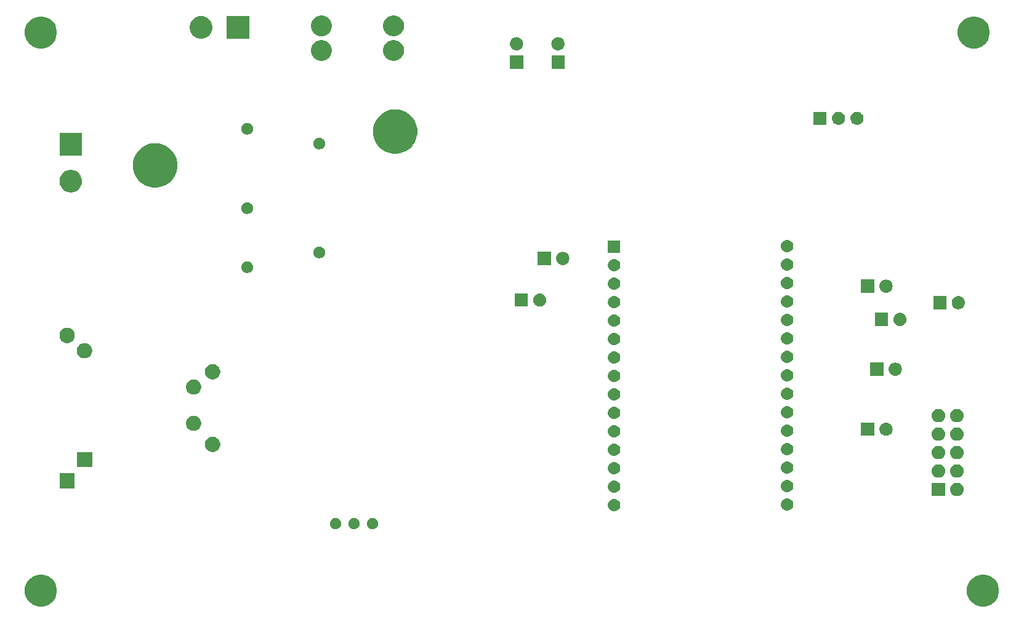
<source format=gbr>
%TF.GenerationSoftware,KiCad,Pcbnew,(6.0.0-rc1-dev-1444-gad0d9f8df)*%
%TF.CreationDate,2019-01-02T13:44:12+02:00*%
%TF.ProjectId,digiTOS-COMOD-SinBoard-routed-2,64696769-544f-4532-9d43-4f4d4f442d53,rev?*%
%TF.SameCoordinates,Original*%
%TF.FileFunction,Soldermask,Bot*%
%TF.FilePolarity,Negative*%
%FSLAX46Y46*%
G04 Gerber Fmt 4.6, Leading zero omitted, Abs format (unit mm)*
G04 Created by KiCad (PCBNEW (6.0.0-rc1-dev-1444-gad0d9f8df)) date 02/01/2019 13:44:12*
%MOMM*%
%LPD*%
G04 APERTURE LIST*
%ADD10C,0.150000*%
G04 APERTURE END LIST*
D10*
G36*
X246387006Y-123613582D02*
G01*
X246787565Y-123779499D01*
X247148059Y-124020373D01*
X247454627Y-124326941D01*
X247695501Y-124687435D01*
X247861418Y-125087994D01*
X247946000Y-125513219D01*
X247946000Y-125946781D01*
X247861418Y-126372006D01*
X247695501Y-126772565D01*
X247454627Y-127133059D01*
X247148059Y-127439627D01*
X246787565Y-127680501D01*
X246387006Y-127846418D01*
X245961781Y-127931000D01*
X245528219Y-127931000D01*
X245102994Y-127846418D01*
X244702435Y-127680501D01*
X244341941Y-127439627D01*
X244035373Y-127133059D01*
X243794499Y-126772565D01*
X243628582Y-126372006D01*
X243544000Y-125946781D01*
X243544000Y-125513219D01*
X243628582Y-125087994D01*
X243794499Y-124687435D01*
X244035373Y-124326941D01*
X244341941Y-124020373D01*
X244702435Y-123779499D01*
X245102994Y-123613582D01*
X245528219Y-123529000D01*
X245961781Y-123529000D01*
X246387006Y-123613582D01*
X246387006Y-123613582D01*
G37*
G36*
X116847006Y-123613582D02*
G01*
X117247565Y-123779499D01*
X117608059Y-124020373D01*
X117914627Y-124326941D01*
X118155501Y-124687435D01*
X118321418Y-125087994D01*
X118406000Y-125513219D01*
X118406000Y-125946781D01*
X118321418Y-126372006D01*
X118155501Y-126772565D01*
X117914627Y-127133059D01*
X117608059Y-127439627D01*
X117247565Y-127680501D01*
X116847006Y-127846418D01*
X116421781Y-127931000D01*
X115988219Y-127931000D01*
X115562994Y-127846418D01*
X115162435Y-127680501D01*
X114801941Y-127439627D01*
X114495373Y-127133059D01*
X114254499Y-126772565D01*
X114088582Y-126372006D01*
X114004000Y-125946781D01*
X114004000Y-125513219D01*
X114088582Y-125087994D01*
X114254499Y-124687435D01*
X114495373Y-124326941D01*
X114801941Y-124020373D01*
X115162435Y-123779499D01*
X115562994Y-123613582D01*
X115988219Y-123529000D01*
X116421781Y-123529000D01*
X116847006Y-123613582D01*
X116847006Y-123613582D01*
G37*
G36*
X161905589Y-115738876D02*
G01*
X162004893Y-115758629D01*
X162145206Y-115816748D01*
X162271484Y-115901125D01*
X162378875Y-116008516D01*
X162463252Y-116134794D01*
X162521371Y-116275107D01*
X162551000Y-116424063D01*
X162551000Y-116575937D01*
X162521371Y-116724893D01*
X162463252Y-116865206D01*
X162378875Y-116991484D01*
X162271484Y-117098875D01*
X162145206Y-117183252D01*
X162004893Y-117241371D01*
X161905589Y-117261124D01*
X161855938Y-117271000D01*
X161704062Y-117271000D01*
X161654411Y-117261124D01*
X161555107Y-117241371D01*
X161414794Y-117183252D01*
X161288516Y-117098875D01*
X161181125Y-116991484D01*
X161096748Y-116865206D01*
X161038629Y-116724893D01*
X161009000Y-116575937D01*
X161009000Y-116424063D01*
X161038629Y-116275107D01*
X161096748Y-116134794D01*
X161181125Y-116008516D01*
X161288516Y-115901125D01*
X161414794Y-115816748D01*
X161555107Y-115758629D01*
X161654411Y-115738876D01*
X161704062Y-115729000D01*
X161855938Y-115729000D01*
X161905589Y-115738876D01*
X161905589Y-115738876D01*
G37*
G36*
X156825589Y-115738876D02*
G01*
X156924893Y-115758629D01*
X157065206Y-115816748D01*
X157191484Y-115901125D01*
X157298875Y-116008516D01*
X157383252Y-116134794D01*
X157441371Y-116275107D01*
X157471000Y-116424063D01*
X157471000Y-116575937D01*
X157441371Y-116724893D01*
X157383252Y-116865206D01*
X157298875Y-116991484D01*
X157191484Y-117098875D01*
X157065206Y-117183252D01*
X156924893Y-117241371D01*
X156825589Y-117261124D01*
X156775938Y-117271000D01*
X156624062Y-117271000D01*
X156574411Y-117261124D01*
X156475107Y-117241371D01*
X156334794Y-117183252D01*
X156208516Y-117098875D01*
X156101125Y-116991484D01*
X156016748Y-116865206D01*
X155958629Y-116724893D01*
X155929000Y-116575937D01*
X155929000Y-116424063D01*
X155958629Y-116275107D01*
X156016748Y-116134794D01*
X156101125Y-116008516D01*
X156208516Y-115901125D01*
X156334794Y-115816748D01*
X156475107Y-115758629D01*
X156574411Y-115738876D01*
X156624062Y-115729000D01*
X156775938Y-115729000D01*
X156825589Y-115738876D01*
X156825589Y-115738876D01*
G37*
G36*
X159365589Y-115738876D02*
G01*
X159464893Y-115758629D01*
X159605206Y-115816748D01*
X159731484Y-115901125D01*
X159838875Y-116008516D01*
X159923252Y-116134794D01*
X159981371Y-116275107D01*
X160011000Y-116424063D01*
X160011000Y-116575937D01*
X159981371Y-116724893D01*
X159923252Y-116865206D01*
X159838875Y-116991484D01*
X159731484Y-117098875D01*
X159605206Y-117183252D01*
X159464893Y-117241371D01*
X159365589Y-117261124D01*
X159315938Y-117271000D01*
X159164062Y-117271000D01*
X159114411Y-117261124D01*
X159015107Y-117241371D01*
X158874794Y-117183252D01*
X158748516Y-117098875D01*
X158641125Y-116991484D01*
X158556748Y-116865206D01*
X158498629Y-116724893D01*
X158469000Y-116575937D01*
X158469000Y-116424063D01*
X158498629Y-116275107D01*
X158556748Y-116134794D01*
X158641125Y-116008516D01*
X158748516Y-115901125D01*
X158874794Y-115816748D01*
X159015107Y-115758629D01*
X159114411Y-115738876D01*
X159164062Y-115729000D01*
X159315938Y-115729000D01*
X159365589Y-115738876D01*
X159365589Y-115738876D01*
G37*
G36*
X195172269Y-113122718D02*
G01*
X195172272Y-113122719D01*
X195172273Y-113122719D01*
X195332687Y-113171380D01*
X195332689Y-113171381D01*
X195332692Y-113171382D01*
X195480526Y-113250400D01*
X195610107Y-113356746D01*
X195716453Y-113486327D01*
X195795471Y-113634161D01*
X195844135Y-113794584D01*
X195860565Y-113961405D01*
X195844135Y-114128226D01*
X195844134Y-114128229D01*
X195844134Y-114128230D01*
X195820131Y-114207359D01*
X195795471Y-114288649D01*
X195716453Y-114436483D01*
X195610107Y-114566064D01*
X195480526Y-114672410D01*
X195332692Y-114751428D01*
X195332689Y-114751429D01*
X195332687Y-114751430D01*
X195172273Y-114800091D01*
X195172272Y-114800091D01*
X195172269Y-114800092D01*
X195047252Y-114812405D01*
X194963644Y-114812405D01*
X194838627Y-114800092D01*
X194838624Y-114800091D01*
X194838623Y-114800091D01*
X194678209Y-114751430D01*
X194678207Y-114751429D01*
X194678204Y-114751428D01*
X194530370Y-114672410D01*
X194400789Y-114566064D01*
X194294443Y-114436483D01*
X194215425Y-114288649D01*
X194190766Y-114207359D01*
X194166762Y-114128230D01*
X194166762Y-114128229D01*
X194166761Y-114128226D01*
X194150331Y-113961405D01*
X194166761Y-113794584D01*
X194215425Y-113634161D01*
X194294443Y-113486327D01*
X194400789Y-113356746D01*
X194530370Y-113250400D01*
X194678204Y-113171382D01*
X194678207Y-113171381D01*
X194678209Y-113171380D01*
X194838623Y-113122719D01*
X194838624Y-113122719D01*
X194838627Y-113122718D01*
X194963644Y-113110405D01*
X195047252Y-113110405D01*
X195172269Y-113122718D01*
X195172269Y-113122718D01*
G37*
G36*
X218964137Y-113041428D02*
G01*
X218964140Y-113041429D01*
X218964141Y-113041429D01*
X219124555Y-113090090D01*
X219124557Y-113090091D01*
X219124560Y-113090092D01*
X219272394Y-113169110D01*
X219401975Y-113275456D01*
X219508321Y-113405037D01*
X219587339Y-113552871D01*
X219587340Y-113552874D01*
X219587341Y-113552876D01*
X219612000Y-113634166D01*
X219636003Y-113713294D01*
X219652433Y-113880115D01*
X219636003Y-114046936D01*
X219587339Y-114207359D01*
X219508321Y-114355193D01*
X219401975Y-114484774D01*
X219272394Y-114591120D01*
X219124560Y-114670138D01*
X219124557Y-114670139D01*
X219124555Y-114670140D01*
X218964141Y-114718801D01*
X218964140Y-114718801D01*
X218964137Y-114718802D01*
X218839120Y-114731115D01*
X218755512Y-114731115D01*
X218630495Y-114718802D01*
X218630492Y-114718801D01*
X218630491Y-114718801D01*
X218470077Y-114670140D01*
X218470075Y-114670139D01*
X218470072Y-114670138D01*
X218322238Y-114591120D01*
X218192657Y-114484774D01*
X218086311Y-114355193D01*
X218007293Y-114207359D01*
X217958629Y-114046936D01*
X217942199Y-113880115D01*
X217958629Y-113713294D01*
X217982632Y-113634166D01*
X218007291Y-113552876D01*
X218007292Y-113552874D01*
X218007293Y-113552871D01*
X218086311Y-113405037D01*
X218192657Y-113275456D01*
X218322238Y-113169110D01*
X218470072Y-113090092D01*
X218470075Y-113090091D01*
X218470077Y-113090090D01*
X218630491Y-113041429D01*
X218630492Y-113041429D01*
X218630495Y-113041428D01*
X218755512Y-113029115D01*
X218839120Y-113029115D01*
X218964137Y-113041428D01*
X218964137Y-113041428D01*
G37*
G36*
X240514600Y-112714600D02*
G01*
X238685400Y-112714600D01*
X238685400Y-110885400D01*
X240514600Y-110885400D01*
X240514600Y-112714600D01*
X240514600Y-112714600D01*
G37*
G36*
X242319294Y-110898633D02*
G01*
X242491694Y-110950931D01*
X242491696Y-110950932D01*
X242650583Y-111035859D01*
X242789849Y-111150151D01*
X242904141Y-111289417D01*
X242974690Y-111421405D01*
X242989069Y-111448306D01*
X243041367Y-111620706D01*
X243059025Y-111800000D01*
X243041367Y-111979294D01*
X242989069Y-112151694D01*
X242989068Y-112151696D01*
X242904141Y-112310583D01*
X242789849Y-112449849D01*
X242650583Y-112564141D01*
X242491696Y-112649068D01*
X242491694Y-112649069D01*
X242319294Y-112701367D01*
X242184931Y-112714600D01*
X242095069Y-112714600D01*
X241960706Y-112701367D01*
X241788306Y-112649069D01*
X241788304Y-112649068D01*
X241629417Y-112564141D01*
X241490151Y-112449849D01*
X241375859Y-112310583D01*
X241290932Y-112151696D01*
X241290931Y-112151694D01*
X241238633Y-111979294D01*
X241220975Y-111800000D01*
X241238633Y-111620706D01*
X241290931Y-111448306D01*
X241305310Y-111421405D01*
X241375859Y-111289417D01*
X241490151Y-111150151D01*
X241629417Y-111035859D01*
X241788304Y-110950932D01*
X241788306Y-110950931D01*
X241960706Y-110898633D01*
X242095069Y-110885400D01*
X242184931Y-110885400D01*
X242319294Y-110898633D01*
X242319294Y-110898633D01*
G37*
G36*
X195172269Y-110582718D02*
G01*
X195172272Y-110582719D01*
X195172273Y-110582719D01*
X195332687Y-110631380D01*
X195332689Y-110631381D01*
X195332692Y-110631382D01*
X195480526Y-110710400D01*
X195610107Y-110816746D01*
X195716453Y-110946327D01*
X195795471Y-111094161D01*
X195795472Y-111094164D01*
X195795473Y-111094166D01*
X195819475Y-111173290D01*
X195844135Y-111254584D01*
X195860565Y-111421405D01*
X195844135Y-111588226D01*
X195844134Y-111588229D01*
X195844134Y-111588230D01*
X195820131Y-111667359D01*
X195795471Y-111748649D01*
X195716453Y-111896483D01*
X195610107Y-112026064D01*
X195480526Y-112132410D01*
X195332692Y-112211428D01*
X195332689Y-112211429D01*
X195332687Y-112211430D01*
X195172273Y-112260091D01*
X195172272Y-112260091D01*
X195172269Y-112260092D01*
X195047252Y-112272405D01*
X194963644Y-112272405D01*
X194838627Y-112260092D01*
X194838624Y-112260091D01*
X194838623Y-112260091D01*
X194678209Y-112211430D01*
X194678207Y-112211429D01*
X194678204Y-112211428D01*
X194530370Y-112132410D01*
X194400789Y-112026064D01*
X194294443Y-111896483D01*
X194215425Y-111748649D01*
X194190766Y-111667359D01*
X194166762Y-111588230D01*
X194166762Y-111588229D01*
X194166761Y-111588226D01*
X194150331Y-111421405D01*
X194166761Y-111254584D01*
X194191421Y-111173290D01*
X194215423Y-111094166D01*
X194215424Y-111094164D01*
X194215425Y-111094161D01*
X194294443Y-110946327D01*
X194400789Y-110816746D01*
X194530370Y-110710400D01*
X194678204Y-110631382D01*
X194678207Y-110631381D01*
X194678209Y-110631380D01*
X194838623Y-110582719D01*
X194838624Y-110582719D01*
X194838627Y-110582718D01*
X194963644Y-110570405D01*
X195047252Y-110570405D01*
X195172269Y-110582718D01*
X195172269Y-110582718D01*
G37*
G36*
X218964137Y-110501428D02*
G01*
X218964140Y-110501429D01*
X218964141Y-110501429D01*
X219124555Y-110550090D01*
X219124557Y-110550091D01*
X219124560Y-110550092D01*
X219272394Y-110629110D01*
X219401975Y-110735456D01*
X219508321Y-110865037D01*
X219587339Y-111012871D01*
X219587340Y-111012874D01*
X219587341Y-111012876D01*
X219612000Y-111094166D01*
X219636003Y-111173294D01*
X219652433Y-111340115D01*
X219636003Y-111506936D01*
X219636002Y-111506939D01*
X219636002Y-111506940D01*
X219592302Y-111651000D01*
X219587339Y-111667359D01*
X219508321Y-111815193D01*
X219401975Y-111944774D01*
X219272394Y-112051120D01*
X219124560Y-112130138D01*
X219124557Y-112130139D01*
X219124555Y-112130140D01*
X218964141Y-112178801D01*
X218964140Y-112178801D01*
X218964137Y-112178802D01*
X218839120Y-112191115D01*
X218755512Y-112191115D01*
X218630495Y-112178802D01*
X218630492Y-112178801D01*
X218630491Y-112178801D01*
X218470077Y-112130140D01*
X218470075Y-112130139D01*
X218470072Y-112130138D01*
X218322238Y-112051120D01*
X218192657Y-111944774D01*
X218086311Y-111815193D01*
X218007293Y-111667359D01*
X218002331Y-111651000D01*
X217958630Y-111506940D01*
X217958630Y-111506939D01*
X217958629Y-111506936D01*
X217942199Y-111340115D01*
X217958629Y-111173294D01*
X217982632Y-111094166D01*
X218007291Y-111012876D01*
X218007292Y-111012874D01*
X218007293Y-111012871D01*
X218086311Y-110865037D01*
X218192657Y-110735456D01*
X218322238Y-110629110D01*
X218470072Y-110550092D01*
X218470075Y-110550091D01*
X218470077Y-110550090D01*
X218630491Y-110501429D01*
X218630492Y-110501429D01*
X218630495Y-110501428D01*
X218755512Y-110489115D01*
X218839120Y-110489115D01*
X218964137Y-110501428D01*
X218964137Y-110501428D01*
G37*
G36*
X120851000Y-111651000D02*
G01*
X118749000Y-111651000D01*
X118749000Y-109549000D01*
X120851000Y-109549000D01*
X120851000Y-111651000D01*
X120851000Y-111651000D01*
G37*
G36*
X239779294Y-108358633D02*
G01*
X239951694Y-108410931D01*
X239951696Y-108410932D01*
X240110583Y-108495859D01*
X240249849Y-108610151D01*
X240364141Y-108749417D01*
X240434690Y-108881405D01*
X240449069Y-108908306D01*
X240501367Y-109080706D01*
X240519025Y-109260000D01*
X240501367Y-109439294D01*
X240449069Y-109611694D01*
X240449068Y-109611696D01*
X240364141Y-109770583D01*
X240249849Y-109909849D01*
X240110583Y-110024141D01*
X239951696Y-110109068D01*
X239951694Y-110109069D01*
X239779294Y-110161367D01*
X239644931Y-110174600D01*
X239555069Y-110174600D01*
X239420706Y-110161367D01*
X239248306Y-110109069D01*
X239248304Y-110109068D01*
X239089417Y-110024141D01*
X238950151Y-109909849D01*
X238835859Y-109770583D01*
X238750932Y-109611696D01*
X238750931Y-109611694D01*
X238698633Y-109439294D01*
X238680975Y-109260000D01*
X238698633Y-109080706D01*
X238750931Y-108908306D01*
X238765310Y-108881405D01*
X238835859Y-108749417D01*
X238950151Y-108610151D01*
X239089417Y-108495859D01*
X239248304Y-108410932D01*
X239248306Y-108410931D01*
X239420706Y-108358633D01*
X239555069Y-108345400D01*
X239644931Y-108345400D01*
X239779294Y-108358633D01*
X239779294Y-108358633D01*
G37*
G36*
X242319294Y-108358633D02*
G01*
X242491694Y-108410931D01*
X242491696Y-108410932D01*
X242650583Y-108495859D01*
X242789849Y-108610151D01*
X242904141Y-108749417D01*
X242974690Y-108881405D01*
X242989069Y-108908306D01*
X243041367Y-109080706D01*
X243059025Y-109260000D01*
X243041367Y-109439294D01*
X242989069Y-109611694D01*
X242989068Y-109611696D01*
X242904141Y-109770583D01*
X242789849Y-109909849D01*
X242650583Y-110024141D01*
X242491696Y-110109068D01*
X242491694Y-110109069D01*
X242319294Y-110161367D01*
X242184931Y-110174600D01*
X242095069Y-110174600D01*
X241960706Y-110161367D01*
X241788306Y-110109069D01*
X241788304Y-110109068D01*
X241629417Y-110024141D01*
X241490151Y-109909849D01*
X241375859Y-109770583D01*
X241290932Y-109611696D01*
X241290931Y-109611694D01*
X241238633Y-109439294D01*
X241220975Y-109260000D01*
X241238633Y-109080706D01*
X241290931Y-108908306D01*
X241305310Y-108881405D01*
X241375859Y-108749417D01*
X241490151Y-108610151D01*
X241629417Y-108495859D01*
X241788304Y-108410932D01*
X241788306Y-108410931D01*
X241960706Y-108358633D01*
X242095069Y-108345400D01*
X242184931Y-108345400D01*
X242319294Y-108358633D01*
X242319294Y-108358633D01*
G37*
G36*
X195172269Y-108042718D02*
G01*
X195172272Y-108042719D01*
X195172273Y-108042719D01*
X195332687Y-108091380D01*
X195332689Y-108091381D01*
X195332692Y-108091382D01*
X195480526Y-108170400D01*
X195610107Y-108276746D01*
X195716453Y-108406327D01*
X195795471Y-108554161D01*
X195795472Y-108554164D01*
X195795473Y-108554166D01*
X195819475Y-108633290D01*
X195844135Y-108714584D01*
X195860565Y-108881405D01*
X195844135Y-109048226D01*
X195844134Y-109048229D01*
X195844134Y-109048230D01*
X195820131Y-109127359D01*
X195795471Y-109208649D01*
X195716453Y-109356483D01*
X195610107Y-109486064D01*
X195480526Y-109592410D01*
X195332692Y-109671428D01*
X195332689Y-109671429D01*
X195332687Y-109671430D01*
X195172273Y-109720091D01*
X195172272Y-109720091D01*
X195172269Y-109720092D01*
X195047252Y-109732405D01*
X194963644Y-109732405D01*
X194838627Y-109720092D01*
X194838624Y-109720091D01*
X194838623Y-109720091D01*
X194678209Y-109671430D01*
X194678207Y-109671429D01*
X194678204Y-109671428D01*
X194530370Y-109592410D01*
X194400789Y-109486064D01*
X194294443Y-109356483D01*
X194215425Y-109208649D01*
X194190766Y-109127359D01*
X194166762Y-109048230D01*
X194166762Y-109048229D01*
X194166761Y-109048226D01*
X194150331Y-108881405D01*
X194166761Y-108714584D01*
X194191421Y-108633290D01*
X194215423Y-108554166D01*
X194215424Y-108554164D01*
X194215425Y-108554161D01*
X194294443Y-108406327D01*
X194400789Y-108276746D01*
X194530370Y-108170400D01*
X194678204Y-108091382D01*
X194678207Y-108091381D01*
X194678209Y-108091380D01*
X194838623Y-108042719D01*
X194838624Y-108042719D01*
X194838627Y-108042718D01*
X194963644Y-108030405D01*
X195047252Y-108030405D01*
X195172269Y-108042718D01*
X195172269Y-108042718D01*
G37*
G36*
X218964137Y-107961428D02*
G01*
X218964140Y-107961429D01*
X218964141Y-107961429D01*
X219124555Y-108010090D01*
X219124557Y-108010091D01*
X219124560Y-108010092D01*
X219272394Y-108089110D01*
X219401975Y-108195456D01*
X219508321Y-108325037D01*
X219587339Y-108472871D01*
X219587340Y-108472874D01*
X219587341Y-108472876D01*
X219612000Y-108554166D01*
X219636003Y-108633294D01*
X219652433Y-108800115D01*
X219636003Y-108966936D01*
X219636002Y-108966939D01*
X219636002Y-108966940D01*
X219601492Y-109080706D01*
X219587339Y-109127359D01*
X219508321Y-109275193D01*
X219401975Y-109404774D01*
X219272394Y-109511120D01*
X219124560Y-109590138D01*
X219124557Y-109590139D01*
X219124555Y-109590140D01*
X218964141Y-109638801D01*
X218964140Y-109638801D01*
X218964137Y-109638802D01*
X218839120Y-109651115D01*
X218755512Y-109651115D01*
X218630495Y-109638802D01*
X218630492Y-109638801D01*
X218630491Y-109638801D01*
X218470077Y-109590140D01*
X218470075Y-109590139D01*
X218470072Y-109590138D01*
X218322238Y-109511120D01*
X218192657Y-109404774D01*
X218086311Y-109275193D01*
X218007293Y-109127359D01*
X217993141Y-109080706D01*
X217958630Y-108966940D01*
X217958630Y-108966939D01*
X217958629Y-108966936D01*
X217942199Y-108800115D01*
X217958629Y-108633294D01*
X217982632Y-108554166D01*
X218007291Y-108472876D01*
X218007292Y-108472874D01*
X218007293Y-108472871D01*
X218086311Y-108325037D01*
X218192657Y-108195456D01*
X218322238Y-108089110D01*
X218470072Y-108010092D01*
X218470075Y-108010091D01*
X218470077Y-108010090D01*
X218630491Y-107961429D01*
X218630492Y-107961429D01*
X218630495Y-107961428D01*
X218755512Y-107949115D01*
X218839120Y-107949115D01*
X218964137Y-107961428D01*
X218964137Y-107961428D01*
G37*
G36*
X123251000Y-108751000D02*
G01*
X121149000Y-108751000D01*
X121149000Y-106649000D01*
X123251000Y-106649000D01*
X123251000Y-108751000D01*
X123251000Y-108751000D01*
G37*
G36*
X242319294Y-105818633D02*
G01*
X242491694Y-105870931D01*
X242491696Y-105870932D01*
X242650583Y-105955859D01*
X242789849Y-106070151D01*
X242904141Y-106209417D01*
X242974690Y-106341405D01*
X242989069Y-106368306D01*
X243041367Y-106540706D01*
X243059025Y-106720000D01*
X243041367Y-106899294D01*
X242989069Y-107071694D01*
X242989068Y-107071696D01*
X242904141Y-107230583D01*
X242789849Y-107369849D01*
X242650583Y-107484141D01*
X242491696Y-107569068D01*
X242491694Y-107569069D01*
X242319294Y-107621367D01*
X242184931Y-107634600D01*
X242095069Y-107634600D01*
X241960706Y-107621367D01*
X241788306Y-107569069D01*
X241788304Y-107569068D01*
X241629417Y-107484141D01*
X241490151Y-107369849D01*
X241375859Y-107230583D01*
X241290932Y-107071696D01*
X241290931Y-107071694D01*
X241238633Y-106899294D01*
X241220975Y-106720000D01*
X241238633Y-106540706D01*
X241290931Y-106368306D01*
X241305310Y-106341405D01*
X241375859Y-106209417D01*
X241490151Y-106070151D01*
X241629417Y-105955859D01*
X241788304Y-105870932D01*
X241788306Y-105870931D01*
X241960706Y-105818633D01*
X242095069Y-105805400D01*
X242184931Y-105805400D01*
X242319294Y-105818633D01*
X242319294Y-105818633D01*
G37*
G36*
X239779294Y-105818633D02*
G01*
X239951694Y-105870931D01*
X239951696Y-105870932D01*
X240110583Y-105955859D01*
X240249849Y-106070151D01*
X240364141Y-106209417D01*
X240434690Y-106341405D01*
X240449069Y-106368306D01*
X240501367Y-106540706D01*
X240519025Y-106720000D01*
X240501367Y-106899294D01*
X240449069Y-107071694D01*
X240449068Y-107071696D01*
X240364141Y-107230583D01*
X240249849Y-107369849D01*
X240110583Y-107484141D01*
X239951696Y-107569068D01*
X239951694Y-107569069D01*
X239779294Y-107621367D01*
X239644931Y-107634600D01*
X239555069Y-107634600D01*
X239420706Y-107621367D01*
X239248306Y-107569069D01*
X239248304Y-107569068D01*
X239089417Y-107484141D01*
X238950151Y-107369849D01*
X238835859Y-107230583D01*
X238750932Y-107071696D01*
X238750931Y-107071694D01*
X238698633Y-106899294D01*
X238680975Y-106720000D01*
X238698633Y-106540706D01*
X238750931Y-106368306D01*
X238765310Y-106341405D01*
X238835859Y-106209417D01*
X238950151Y-106070151D01*
X239089417Y-105955859D01*
X239248304Y-105870932D01*
X239248306Y-105870931D01*
X239420706Y-105818633D01*
X239555069Y-105805400D01*
X239644931Y-105805400D01*
X239779294Y-105818633D01*
X239779294Y-105818633D01*
G37*
G36*
X195172269Y-105502718D02*
G01*
X195172272Y-105502719D01*
X195172273Y-105502719D01*
X195332687Y-105551380D01*
X195332689Y-105551381D01*
X195332692Y-105551382D01*
X195480526Y-105630400D01*
X195610107Y-105736746D01*
X195716453Y-105866327D01*
X195795471Y-106014161D01*
X195795472Y-106014164D01*
X195795473Y-106014166D01*
X195844134Y-106174580D01*
X195844135Y-106174584D01*
X195860565Y-106341405D01*
X195844135Y-106508226D01*
X195844134Y-106508229D01*
X195844134Y-106508230D01*
X195801432Y-106649000D01*
X195795471Y-106668649D01*
X195716453Y-106816483D01*
X195610107Y-106946064D01*
X195480526Y-107052410D01*
X195332692Y-107131428D01*
X195332689Y-107131429D01*
X195332687Y-107131430D01*
X195172273Y-107180091D01*
X195172272Y-107180091D01*
X195172269Y-107180092D01*
X195047252Y-107192405D01*
X194963644Y-107192405D01*
X194838627Y-107180092D01*
X194838624Y-107180091D01*
X194838623Y-107180091D01*
X194678209Y-107131430D01*
X194678207Y-107131429D01*
X194678204Y-107131428D01*
X194530370Y-107052410D01*
X194400789Y-106946064D01*
X194294443Y-106816483D01*
X194215425Y-106668649D01*
X194209465Y-106649000D01*
X194166762Y-106508230D01*
X194166762Y-106508229D01*
X194166761Y-106508226D01*
X194150331Y-106341405D01*
X194166761Y-106174584D01*
X194166762Y-106174580D01*
X194215423Y-106014166D01*
X194215424Y-106014164D01*
X194215425Y-106014161D01*
X194294443Y-105866327D01*
X194400789Y-105736746D01*
X194530370Y-105630400D01*
X194678204Y-105551382D01*
X194678207Y-105551381D01*
X194678209Y-105551380D01*
X194838623Y-105502719D01*
X194838624Y-105502719D01*
X194838627Y-105502718D01*
X194963644Y-105490405D01*
X195047252Y-105490405D01*
X195172269Y-105502718D01*
X195172269Y-105502718D01*
G37*
G36*
X218964137Y-105421428D02*
G01*
X218964140Y-105421429D01*
X218964141Y-105421429D01*
X219124555Y-105470090D01*
X219124557Y-105470091D01*
X219124560Y-105470092D01*
X219272394Y-105549110D01*
X219401975Y-105655456D01*
X219508321Y-105785037D01*
X219587339Y-105932871D01*
X219587340Y-105932874D01*
X219587341Y-105932876D01*
X219612000Y-106014166D01*
X219636003Y-106093294D01*
X219652433Y-106260115D01*
X219636003Y-106426936D01*
X219636002Y-106426939D01*
X219636002Y-106426940D01*
X219601492Y-106540706D01*
X219587339Y-106587359D01*
X219508321Y-106735193D01*
X219401975Y-106864774D01*
X219272394Y-106971120D01*
X219124560Y-107050138D01*
X219124557Y-107050139D01*
X219124555Y-107050140D01*
X218964141Y-107098801D01*
X218964140Y-107098801D01*
X218964137Y-107098802D01*
X218839120Y-107111115D01*
X218755512Y-107111115D01*
X218630495Y-107098802D01*
X218630492Y-107098801D01*
X218630491Y-107098801D01*
X218470077Y-107050140D01*
X218470075Y-107050139D01*
X218470072Y-107050138D01*
X218322238Y-106971120D01*
X218192657Y-106864774D01*
X218086311Y-106735193D01*
X218007293Y-106587359D01*
X217993141Y-106540706D01*
X217958630Y-106426940D01*
X217958630Y-106426939D01*
X217958629Y-106426936D01*
X217942199Y-106260115D01*
X217958629Y-106093294D01*
X217982632Y-106014166D01*
X218007291Y-105932876D01*
X218007292Y-105932874D01*
X218007293Y-105932871D01*
X218086311Y-105785037D01*
X218192657Y-105655456D01*
X218322238Y-105549110D01*
X218470072Y-105470092D01*
X218470075Y-105470091D01*
X218470077Y-105470090D01*
X218630491Y-105421429D01*
X218630492Y-105421429D01*
X218630495Y-105421428D01*
X218755512Y-105409115D01*
X218839120Y-105409115D01*
X218964137Y-105421428D01*
X218964137Y-105421428D01*
G37*
G36*
X140106565Y-104589389D02*
G01*
X140297834Y-104668615D01*
X140469976Y-104783637D01*
X140616363Y-104930024D01*
X140731385Y-105102166D01*
X140810611Y-105293435D01*
X140851000Y-105496484D01*
X140851000Y-105703516D01*
X140810611Y-105906565D01*
X140731385Y-106097834D01*
X140616363Y-106269976D01*
X140469976Y-106416363D01*
X140297834Y-106531385D01*
X140106565Y-106610611D01*
X139903516Y-106651000D01*
X139696484Y-106651000D01*
X139493435Y-106610611D01*
X139302166Y-106531385D01*
X139130024Y-106416363D01*
X138983637Y-106269976D01*
X138868615Y-106097834D01*
X138789389Y-105906565D01*
X138749000Y-105703516D01*
X138749000Y-105496484D01*
X138789389Y-105293435D01*
X138868615Y-105102166D01*
X138983637Y-104930024D01*
X139130024Y-104783637D01*
X139302166Y-104668615D01*
X139493435Y-104589389D01*
X139696484Y-104549000D01*
X139903516Y-104549000D01*
X140106565Y-104589389D01*
X140106565Y-104589389D01*
G37*
G36*
X242319294Y-103278633D02*
G01*
X242491694Y-103330931D01*
X242491696Y-103330932D01*
X242650583Y-103415859D01*
X242789849Y-103530151D01*
X242904141Y-103669417D01*
X242947748Y-103751000D01*
X242989069Y-103828306D01*
X243041367Y-104000706D01*
X243059025Y-104180000D01*
X243041367Y-104359294D01*
X242989069Y-104531694D01*
X242989068Y-104531696D01*
X242904141Y-104690583D01*
X242789849Y-104829849D01*
X242650583Y-104944141D01*
X242491696Y-105029068D01*
X242491694Y-105029069D01*
X242319294Y-105081367D01*
X242184931Y-105094600D01*
X242095069Y-105094600D01*
X241960706Y-105081367D01*
X241788306Y-105029069D01*
X241788304Y-105029068D01*
X241629417Y-104944141D01*
X241490151Y-104829849D01*
X241375859Y-104690583D01*
X241290932Y-104531696D01*
X241290931Y-104531694D01*
X241238633Y-104359294D01*
X241220975Y-104180000D01*
X241238633Y-104000706D01*
X241290931Y-103828306D01*
X241332252Y-103751000D01*
X241375859Y-103669417D01*
X241490151Y-103530151D01*
X241629417Y-103415859D01*
X241788304Y-103330932D01*
X241788306Y-103330931D01*
X241960706Y-103278633D01*
X242095069Y-103265400D01*
X242184931Y-103265400D01*
X242319294Y-103278633D01*
X242319294Y-103278633D01*
G37*
G36*
X239779294Y-103278633D02*
G01*
X239951694Y-103330931D01*
X239951696Y-103330932D01*
X240110583Y-103415859D01*
X240249849Y-103530151D01*
X240364141Y-103669417D01*
X240407748Y-103751000D01*
X240449069Y-103828306D01*
X240501367Y-104000706D01*
X240519025Y-104180000D01*
X240501367Y-104359294D01*
X240449069Y-104531694D01*
X240449068Y-104531696D01*
X240364141Y-104690583D01*
X240249849Y-104829849D01*
X240110583Y-104944141D01*
X239951696Y-105029068D01*
X239951694Y-105029069D01*
X239779294Y-105081367D01*
X239644931Y-105094600D01*
X239555069Y-105094600D01*
X239420706Y-105081367D01*
X239248306Y-105029069D01*
X239248304Y-105029068D01*
X239089417Y-104944141D01*
X238950151Y-104829849D01*
X238835859Y-104690583D01*
X238750932Y-104531696D01*
X238750931Y-104531694D01*
X238698633Y-104359294D01*
X238680975Y-104180000D01*
X238698633Y-104000706D01*
X238750931Y-103828306D01*
X238792252Y-103751000D01*
X238835859Y-103669417D01*
X238950151Y-103530151D01*
X239089417Y-103415859D01*
X239248304Y-103330932D01*
X239248306Y-103330931D01*
X239420706Y-103278633D01*
X239555069Y-103265400D01*
X239644931Y-103265400D01*
X239779294Y-103278633D01*
X239779294Y-103278633D01*
G37*
G36*
X195172269Y-102962718D02*
G01*
X195172272Y-102962719D01*
X195172273Y-102962719D01*
X195332687Y-103011380D01*
X195332689Y-103011381D01*
X195332692Y-103011382D01*
X195480526Y-103090400D01*
X195610107Y-103196746D01*
X195716453Y-103326327D01*
X195795471Y-103474161D01*
X195795472Y-103474164D01*
X195795473Y-103474166D01*
X195843165Y-103631385D01*
X195844135Y-103634584D01*
X195860565Y-103801405D01*
X195844135Y-103968226D01*
X195844134Y-103968229D01*
X195844134Y-103968230D01*
X195820131Y-104047359D01*
X195795471Y-104128649D01*
X195716453Y-104276483D01*
X195610107Y-104406064D01*
X195480526Y-104512410D01*
X195332692Y-104591428D01*
X195332689Y-104591429D01*
X195332687Y-104591430D01*
X195172273Y-104640091D01*
X195172272Y-104640091D01*
X195172269Y-104640092D01*
X195047252Y-104652405D01*
X194963644Y-104652405D01*
X194838627Y-104640092D01*
X194838624Y-104640091D01*
X194838623Y-104640091D01*
X194678209Y-104591430D01*
X194678207Y-104591429D01*
X194678204Y-104591428D01*
X194530370Y-104512410D01*
X194400789Y-104406064D01*
X194294443Y-104276483D01*
X194215425Y-104128649D01*
X194190766Y-104047359D01*
X194166762Y-103968230D01*
X194166762Y-103968229D01*
X194166761Y-103968226D01*
X194150331Y-103801405D01*
X194166761Y-103634584D01*
X194167731Y-103631385D01*
X194215423Y-103474166D01*
X194215424Y-103474164D01*
X194215425Y-103474161D01*
X194294443Y-103326327D01*
X194400789Y-103196746D01*
X194530370Y-103090400D01*
X194678204Y-103011382D01*
X194678207Y-103011381D01*
X194678209Y-103011380D01*
X194838623Y-102962719D01*
X194838624Y-102962719D01*
X194838627Y-102962718D01*
X194963644Y-102950405D01*
X195047252Y-102950405D01*
X195172269Y-102962718D01*
X195172269Y-102962718D01*
G37*
G36*
X218964137Y-102881428D02*
G01*
X218964140Y-102881429D01*
X218964141Y-102881429D01*
X219124555Y-102930090D01*
X219124557Y-102930091D01*
X219124560Y-102930092D01*
X219272394Y-103009110D01*
X219401975Y-103115456D01*
X219508321Y-103245037D01*
X219587339Y-103392871D01*
X219587340Y-103392874D01*
X219587341Y-103392876D01*
X219612000Y-103474166D01*
X219636003Y-103553294D01*
X219652433Y-103720115D01*
X219636003Y-103886936D01*
X219636002Y-103886939D01*
X219636002Y-103886940D01*
X219599282Y-104007991D01*
X219587339Y-104047359D01*
X219508321Y-104195193D01*
X219401975Y-104324774D01*
X219272394Y-104431120D01*
X219124560Y-104510138D01*
X219124557Y-104510139D01*
X219124555Y-104510140D01*
X218964141Y-104558801D01*
X218964140Y-104558801D01*
X218964137Y-104558802D01*
X218839120Y-104571115D01*
X218755512Y-104571115D01*
X218630495Y-104558802D01*
X218630492Y-104558801D01*
X218630491Y-104558801D01*
X218470077Y-104510140D01*
X218470075Y-104510139D01*
X218470072Y-104510138D01*
X218322238Y-104431120D01*
X218192657Y-104324774D01*
X218086311Y-104195193D01*
X218007293Y-104047359D01*
X217995351Y-104007991D01*
X217958630Y-103886940D01*
X217958630Y-103886939D01*
X217958629Y-103886936D01*
X217942199Y-103720115D01*
X217958629Y-103553294D01*
X217982632Y-103474166D01*
X218007291Y-103392876D01*
X218007292Y-103392874D01*
X218007293Y-103392871D01*
X218086311Y-103245037D01*
X218192657Y-103115456D01*
X218322238Y-103009110D01*
X218470072Y-102930092D01*
X218470075Y-102930091D01*
X218470077Y-102930090D01*
X218630491Y-102881429D01*
X218630492Y-102881429D01*
X218630495Y-102881428D01*
X218755512Y-102869115D01*
X218839120Y-102869115D01*
X218964137Y-102881428D01*
X218964137Y-102881428D01*
G37*
G36*
X230771000Y-104406000D02*
G01*
X228969000Y-104406000D01*
X228969000Y-102604000D01*
X230771000Y-102604000D01*
X230771000Y-104406000D01*
X230771000Y-104406000D01*
G37*
G36*
X232520442Y-102610518D02*
G01*
X232586627Y-102617037D01*
X232699853Y-102651384D01*
X232756467Y-102668557D01*
X232895087Y-102742652D01*
X232912991Y-102752222D01*
X232948729Y-102781552D01*
X233050186Y-102864814D01*
X233130533Y-102962719D01*
X233162778Y-103002009D01*
X233162779Y-103002011D01*
X233246443Y-103158533D01*
X233258365Y-103197834D01*
X233297963Y-103328373D01*
X233315359Y-103505000D01*
X233297963Y-103681627D01*
X233276919Y-103751000D01*
X233246443Y-103851467D01*
X233227484Y-103886936D01*
X233162778Y-104007991D01*
X233133448Y-104043729D01*
X233050186Y-104145186D01*
X232989251Y-104195193D01*
X232912991Y-104257778D01*
X232912989Y-104257779D01*
X232756467Y-104341443D01*
X232699853Y-104358616D01*
X232586627Y-104392963D01*
X232520442Y-104399482D01*
X232454260Y-104406000D01*
X232365740Y-104406000D01*
X232299558Y-104399482D01*
X232233373Y-104392963D01*
X232120147Y-104358616D01*
X232063533Y-104341443D01*
X231907011Y-104257779D01*
X231907009Y-104257778D01*
X231830749Y-104195193D01*
X231769814Y-104145186D01*
X231686552Y-104043729D01*
X231657222Y-104007991D01*
X231592516Y-103886936D01*
X231573557Y-103851467D01*
X231543081Y-103751000D01*
X231522037Y-103681627D01*
X231504641Y-103505000D01*
X231522037Y-103328373D01*
X231561635Y-103197834D01*
X231573557Y-103158533D01*
X231657221Y-103002011D01*
X231657222Y-103002009D01*
X231689467Y-102962719D01*
X231769814Y-102864814D01*
X231871271Y-102781552D01*
X231907009Y-102752222D01*
X231924913Y-102742652D01*
X232063533Y-102668557D01*
X232120147Y-102651384D01*
X232233373Y-102617037D01*
X232299558Y-102610518D01*
X232365740Y-102604000D01*
X232454260Y-102604000D01*
X232520442Y-102610518D01*
X232520442Y-102610518D01*
G37*
G36*
X137506565Y-101689389D02*
G01*
X137697834Y-101768615D01*
X137869976Y-101883637D01*
X138016363Y-102030024D01*
X138131385Y-102202166D01*
X138210611Y-102393435D01*
X138251000Y-102596484D01*
X138251000Y-102803516D01*
X138210611Y-103006565D01*
X138131385Y-103197834D01*
X138016363Y-103369976D01*
X137869976Y-103516363D01*
X137697834Y-103631385D01*
X137506565Y-103710611D01*
X137303516Y-103751000D01*
X137096484Y-103751000D01*
X136893435Y-103710611D01*
X136702166Y-103631385D01*
X136530024Y-103516363D01*
X136383637Y-103369976D01*
X136268615Y-103197834D01*
X136189389Y-103006565D01*
X136149000Y-102803516D01*
X136149000Y-102596484D01*
X136189389Y-102393435D01*
X136268615Y-102202166D01*
X136383637Y-102030024D01*
X136530024Y-101883637D01*
X136702166Y-101768615D01*
X136893435Y-101689389D01*
X137096484Y-101649000D01*
X137303516Y-101649000D01*
X137506565Y-101689389D01*
X137506565Y-101689389D01*
G37*
G36*
X242319294Y-100738633D02*
G01*
X242491694Y-100790931D01*
X242491696Y-100790932D01*
X242650583Y-100875859D01*
X242789849Y-100990151D01*
X242904141Y-101129417D01*
X242974690Y-101261405D01*
X242989069Y-101288306D01*
X243041367Y-101460706D01*
X243059025Y-101640000D01*
X243041367Y-101819294D01*
X242989069Y-101991694D01*
X242989068Y-101991696D01*
X242904141Y-102150583D01*
X242789849Y-102289849D01*
X242650583Y-102404141D01*
X242491696Y-102489068D01*
X242491694Y-102489069D01*
X242319294Y-102541367D01*
X242184931Y-102554600D01*
X242095069Y-102554600D01*
X241960706Y-102541367D01*
X241788306Y-102489069D01*
X241788304Y-102489068D01*
X241629417Y-102404141D01*
X241490151Y-102289849D01*
X241375859Y-102150583D01*
X241290932Y-101991696D01*
X241290931Y-101991694D01*
X241238633Y-101819294D01*
X241220975Y-101640000D01*
X241238633Y-101460706D01*
X241290931Y-101288306D01*
X241305310Y-101261405D01*
X241375859Y-101129417D01*
X241490151Y-100990151D01*
X241629417Y-100875859D01*
X241788304Y-100790932D01*
X241788306Y-100790931D01*
X241960706Y-100738633D01*
X242095069Y-100725400D01*
X242184931Y-100725400D01*
X242319294Y-100738633D01*
X242319294Y-100738633D01*
G37*
G36*
X239779294Y-100738633D02*
G01*
X239951694Y-100790931D01*
X239951696Y-100790932D01*
X240110583Y-100875859D01*
X240249849Y-100990151D01*
X240364141Y-101129417D01*
X240434690Y-101261405D01*
X240449069Y-101288306D01*
X240501367Y-101460706D01*
X240519025Y-101640000D01*
X240501367Y-101819294D01*
X240449069Y-101991694D01*
X240449068Y-101991696D01*
X240364141Y-102150583D01*
X240249849Y-102289849D01*
X240110583Y-102404141D01*
X239951696Y-102489068D01*
X239951694Y-102489069D01*
X239779294Y-102541367D01*
X239644931Y-102554600D01*
X239555069Y-102554600D01*
X239420706Y-102541367D01*
X239248306Y-102489069D01*
X239248304Y-102489068D01*
X239089417Y-102404141D01*
X238950151Y-102289849D01*
X238835859Y-102150583D01*
X238750932Y-101991696D01*
X238750931Y-101991694D01*
X238698633Y-101819294D01*
X238680975Y-101640000D01*
X238698633Y-101460706D01*
X238750931Y-101288306D01*
X238765310Y-101261405D01*
X238835859Y-101129417D01*
X238950151Y-100990151D01*
X239089417Y-100875859D01*
X239248304Y-100790932D01*
X239248306Y-100790931D01*
X239420706Y-100738633D01*
X239555069Y-100725400D01*
X239644931Y-100725400D01*
X239779294Y-100738633D01*
X239779294Y-100738633D01*
G37*
G36*
X195172269Y-100422718D02*
G01*
X195172272Y-100422719D01*
X195172273Y-100422719D01*
X195332687Y-100471380D01*
X195332689Y-100471381D01*
X195332692Y-100471382D01*
X195480526Y-100550400D01*
X195610107Y-100656746D01*
X195716453Y-100786327D01*
X195795471Y-100934161D01*
X195795472Y-100934164D01*
X195795473Y-100934166D01*
X195819475Y-101013290D01*
X195844135Y-101094584D01*
X195860565Y-101261405D01*
X195844135Y-101428226D01*
X195844134Y-101428229D01*
X195844134Y-101428230D01*
X195820131Y-101507359D01*
X195795471Y-101588649D01*
X195716453Y-101736483D01*
X195610107Y-101866064D01*
X195480526Y-101972410D01*
X195332692Y-102051428D01*
X195332689Y-102051429D01*
X195332687Y-102051430D01*
X195172273Y-102100091D01*
X195172272Y-102100091D01*
X195172269Y-102100092D01*
X195047252Y-102112405D01*
X194963644Y-102112405D01*
X194838627Y-102100092D01*
X194838624Y-102100091D01*
X194838623Y-102100091D01*
X194678209Y-102051430D01*
X194678207Y-102051429D01*
X194678204Y-102051428D01*
X194530370Y-101972410D01*
X194400789Y-101866064D01*
X194294443Y-101736483D01*
X194215425Y-101588649D01*
X194190766Y-101507359D01*
X194166762Y-101428230D01*
X194166762Y-101428229D01*
X194166761Y-101428226D01*
X194150331Y-101261405D01*
X194166761Y-101094584D01*
X194191421Y-101013290D01*
X194215423Y-100934166D01*
X194215424Y-100934164D01*
X194215425Y-100934161D01*
X194294443Y-100786327D01*
X194400789Y-100656746D01*
X194530370Y-100550400D01*
X194678204Y-100471382D01*
X194678207Y-100471381D01*
X194678209Y-100471380D01*
X194838623Y-100422719D01*
X194838624Y-100422719D01*
X194838627Y-100422718D01*
X194963644Y-100410405D01*
X195047252Y-100410405D01*
X195172269Y-100422718D01*
X195172269Y-100422718D01*
G37*
G36*
X218964137Y-100341428D02*
G01*
X218964140Y-100341429D01*
X218964141Y-100341429D01*
X219124555Y-100390090D01*
X219124557Y-100390091D01*
X219124560Y-100390092D01*
X219272394Y-100469110D01*
X219401975Y-100575456D01*
X219508321Y-100705037D01*
X219587339Y-100852871D01*
X219587340Y-100852874D01*
X219587341Y-100852876D01*
X219612000Y-100934166D01*
X219636003Y-101013294D01*
X219652433Y-101180115D01*
X219636003Y-101346936D01*
X219636002Y-101346939D01*
X219636002Y-101346940D01*
X219601492Y-101460706D01*
X219587339Y-101507359D01*
X219508321Y-101655193D01*
X219401975Y-101784774D01*
X219272394Y-101891120D01*
X219124560Y-101970138D01*
X219124557Y-101970139D01*
X219124555Y-101970140D01*
X218964141Y-102018801D01*
X218964140Y-102018801D01*
X218964137Y-102018802D01*
X218839120Y-102031115D01*
X218755512Y-102031115D01*
X218630495Y-102018802D01*
X218630492Y-102018801D01*
X218630491Y-102018801D01*
X218470077Y-101970140D01*
X218470075Y-101970139D01*
X218470072Y-101970138D01*
X218322238Y-101891120D01*
X218192657Y-101784774D01*
X218086311Y-101655193D01*
X218007293Y-101507359D01*
X217993141Y-101460706D01*
X217958630Y-101346940D01*
X217958630Y-101346939D01*
X217958629Y-101346936D01*
X217942199Y-101180115D01*
X217958629Y-101013294D01*
X217982632Y-100934166D01*
X218007291Y-100852876D01*
X218007292Y-100852874D01*
X218007293Y-100852871D01*
X218086311Y-100705037D01*
X218192657Y-100575456D01*
X218322238Y-100469110D01*
X218470072Y-100390092D01*
X218470075Y-100390091D01*
X218470077Y-100390090D01*
X218630491Y-100341429D01*
X218630492Y-100341429D01*
X218630495Y-100341428D01*
X218755512Y-100329115D01*
X218839120Y-100329115D01*
X218964137Y-100341428D01*
X218964137Y-100341428D01*
G37*
G36*
X195172269Y-97882718D02*
G01*
X195172272Y-97882719D01*
X195172273Y-97882719D01*
X195332687Y-97931380D01*
X195332689Y-97931381D01*
X195332692Y-97931382D01*
X195480526Y-98010400D01*
X195610107Y-98116746D01*
X195716453Y-98246327D01*
X195795471Y-98394161D01*
X195795472Y-98394164D01*
X195795473Y-98394166D01*
X195844134Y-98554580D01*
X195844135Y-98554584D01*
X195860565Y-98721405D01*
X195844135Y-98888226D01*
X195844134Y-98888229D01*
X195844134Y-98888230D01*
X195820131Y-98967359D01*
X195795471Y-99048649D01*
X195716453Y-99196483D01*
X195610107Y-99326064D01*
X195480526Y-99432410D01*
X195332692Y-99511428D01*
X195332689Y-99511429D01*
X195332687Y-99511430D01*
X195172273Y-99560091D01*
X195172272Y-99560091D01*
X195172269Y-99560092D01*
X195047252Y-99572405D01*
X194963644Y-99572405D01*
X194838627Y-99560092D01*
X194838624Y-99560091D01*
X194838623Y-99560091D01*
X194678209Y-99511430D01*
X194678207Y-99511429D01*
X194678204Y-99511428D01*
X194530370Y-99432410D01*
X194400789Y-99326064D01*
X194294443Y-99196483D01*
X194215425Y-99048649D01*
X194190766Y-98967359D01*
X194166762Y-98888230D01*
X194166762Y-98888229D01*
X194166761Y-98888226D01*
X194150331Y-98721405D01*
X194166761Y-98554584D01*
X194166762Y-98554580D01*
X194215423Y-98394166D01*
X194215424Y-98394164D01*
X194215425Y-98394161D01*
X194294443Y-98246327D01*
X194400789Y-98116746D01*
X194530370Y-98010400D01*
X194678204Y-97931382D01*
X194678207Y-97931381D01*
X194678209Y-97931380D01*
X194838623Y-97882719D01*
X194838624Y-97882719D01*
X194838627Y-97882718D01*
X194963644Y-97870405D01*
X195047252Y-97870405D01*
X195172269Y-97882718D01*
X195172269Y-97882718D01*
G37*
G36*
X218964137Y-97801428D02*
G01*
X218964140Y-97801429D01*
X218964141Y-97801429D01*
X219124555Y-97850090D01*
X219124557Y-97850091D01*
X219124560Y-97850092D01*
X219272394Y-97929110D01*
X219401975Y-98035456D01*
X219508321Y-98165037D01*
X219587339Y-98312871D01*
X219587340Y-98312874D01*
X219587341Y-98312876D01*
X219612000Y-98394166D01*
X219636003Y-98473294D01*
X219652433Y-98640115D01*
X219636003Y-98806936D01*
X219587339Y-98967359D01*
X219508321Y-99115193D01*
X219401975Y-99244774D01*
X219272394Y-99351120D01*
X219124560Y-99430138D01*
X219124557Y-99430139D01*
X219124555Y-99430140D01*
X218964141Y-99478801D01*
X218964140Y-99478801D01*
X218964137Y-99478802D01*
X218839120Y-99491115D01*
X218755512Y-99491115D01*
X218630495Y-99478802D01*
X218630492Y-99478801D01*
X218630491Y-99478801D01*
X218470077Y-99430140D01*
X218470075Y-99430139D01*
X218470072Y-99430138D01*
X218322238Y-99351120D01*
X218192657Y-99244774D01*
X218086311Y-99115193D01*
X218007293Y-98967359D01*
X217958629Y-98806936D01*
X217942199Y-98640115D01*
X217958629Y-98473294D01*
X217982632Y-98394166D01*
X218007291Y-98312876D01*
X218007292Y-98312874D01*
X218007293Y-98312871D01*
X218086311Y-98165037D01*
X218192657Y-98035456D01*
X218322238Y-97929110D01*
X218470072Y-97850092D01*
X218470075Y-97850091D01*
X218470077Y-97850090D01*
X218630491Y-97801429D01*
X218630492Y-97801429D01*
X218630495Y-97801428D01*
X218755512Y-97789115D01*
X218839120Y-97789115D01*
X218964137Y-97801428D01*
X218964137Y-97801428D01*
G37*
G36*
X137506565Y-96689389D02*
G01*
X137697834Y-96768615D01*
X137869976Y-96883637D01*
X138016363Y-97030024D01*
X138131385Y-97202166D01*
X138210611Y-97393435D01*
X138251000Y-97596484D01*
X138251000Y-97803516D01*
X138210611Y-98006565D01*
X138131385Y-98197834D01*
X138016363Y-98369976D01*
X137869976Y-98516363D01*
X137697834Y-98631385D01*
X137506565Y-98710611D01*
X137303516Y-98751000D01*
X137096484Y-98751000D01*
X136893435Y-98710611D01*
X136702166Y-98631385D01*
X136530024Y-98516363D01*
X136383637Y-98369976D01*
X136268615Y-98197834D01*
X136189389Y-98006565D01*
X136149000Y-97803516D01*
X136149000Y-97596484D01*
X136189389Y-97393435D01*
X136268615Y-97202166D01*
X136383637Y-97030024D01*
X136530024Y-96883637D01*
X136702166Y-96768615D01*
X136893435Y-96689389D01*
X137096484Y-96649000D01*
X137303516Y-96649000D01*
X137506565Y-96689389D01*
X137506565Y-96689389D01*
G37*
G36*
X195172269Y-95342718D02*
G01*
X195172272Y-95342719D01*
X195172273Y-95342719D01*
X195332687Y-95391380D01*
X195332689Y-95391381D01*
X195332692Y-95391382D01*
X195480526Y-95470400D01*
X195610107Y-95576746D01*
X195716453Y-95706327D01*
X195795471Y-95854161D01*
X195795472Y-95854164D01*
X195795473Y-95854166D01*
X195811368Y-95906565D01*
X195844135Y-96014584D01*
X195860565Y-96181405D01*
X195844135Y-96348226D01*
X195844134Y-96348229D01*
X195844134Y-96348230D01*
X195820131Y-96427359D01*
X195795471Y-96508649D01*
X195716453Y-96656483D01*
X195610107Y-96786064D01*
X195480526Y-96892410D01*
X195332692Y-96971428D01*
X195332689Y-96971429D01*
X195332687Y-96971430D01*
X195172273Y-97020091D01*
X195172272Y-97020091D01*
X195172269Y-97020092D01*
X195047252Y-97032405D01*
X194963644Y-97032405D01*
X194838627Y-97020092D01*
X194838624Y-97020091D01*
X194838623Y-97020091D01*
X194678209Y-96971430D01*
X194678207Y-96971429D01*
X194678204Y-96971428D01*
X194530370Y-96892410D01*
X194400789Y-96786064D01*
X194294443Y-96656483D01*
X194215425Y-96508649D01*
X194190766Y-96427359D01*
X194166762Y-96348230D01*
X194166762Y-96348229D01*
X194166761Y-96348226D01*
X194150331Y-96181405D01*
X194166761Y-96014584D01*
X194199528Y-95906565D01*
X194215423Y-95854166D01*
X194215424Y-95854164D01*
X194215425Y-95854161D01*
X194294443Y-95706327D01*
X194400789Y-95576746D01*
X194530370Y-95470400D01*
X194678204Y-95391382D01*
X194678207Y-95391381D01*
X194678209Y-95391380D01*
X194838623Y-95342719D01*
X194838624Y-95342719D01*
X194838627Y-95342718D01*
X194963644Y-95330405D01*
X195047252Y-95330405D01*
X195172269Y-95342718D01*
X195172269Y-95342718D01*
G37*
G36*
X218964137Y-95261428D02*
G01*
X218964140Y-95261429D01*
X218964141Y-95261429D01*
X219124555Y-95310090D01*
X219124557Y-95310091D01*
X219124560Y-95310092D01*
X219272394Y-95389110D01*
X219401975Y-95495456D01*
X219508321Y-95625037D01*
X219587339Y-95772871D01*
X219587340Y-95772874D01*
X219587341Y-95772876D01*
X219627895Y-95906565D01*
X219636003Y-95933294D01*
X219652433Y-96100115D01*
X219636003Y-96266936D01*
X219587339Y-96427359D01*
X219508321Y-96575193D01*
X219401975Y-96704774D01*
X219272394Y-96811120D01*
X219124560Y-96890138D01*
X219124557Y-96890139D01*
X219124555Y-96890140D01*
X218964141Y-96938801D01*
X218964140Y-96938801D01*
X218964137Y-96938802D01*
X218839120Y-96951115D01*
X218755512Y-96951115D01*
X218630495Y-96938802D01*
X218630492Y-96938801D01*
X218630491Y-96938801D01*
X218470077Y-96890140D01*
X218470075Y-96890139D01*
X218470072Y-96890138D01*
X218322238Y-96811120D01*
X218192657Y-96704774D01*
X218086311Y-96575193D01*
X218007293Y-96427359D01*
X217958629Y-96266936D01*
X217942199Y-96100115D01*
X217958629Y-95933294D01*
X217966737Y-95906565D01*
X218007291Y-95772876D01*
X218007292Y-95772874D01*
X218007293Y-95772871D01*
X218086311Y-95625037D01*
X218192657Y-95495456D01*
X218322238Y-95389110D01*
X218470072Y-95310092D01*
X218470075Y-95310091D01*
X218470077Y-95310090D01*
X218630491Y-95261429D01*
X218630492Y-95261429D01*
X218630495Y-95261428D01*
X218755512Y-95249115D01*
X218839120Y-95249115D01*
X218964137Y-95261428D01*
X218964137Y-95261428D01*
G37*
G36*
X140106565Y-94589389D02*
G01*
X140297834Y-94668615D01*
X140469976Y-94783637D01*
X140616363Y-94930024D01*
X140731385Y-95102166D01*
X140810611Y-95293435D01*
X140851000Y-95496484D01*
X140851000Y-95703516D01*
X140810611Y-95906565D01*
X140731385Y-96097834D01*
X140616363Y-96269976D01*
X140469976Y-96416363D01*
X140297834Y-96531385D01*
X140106565Y-96610611D01*
X139903516Y-96651000D01*
X139696484Y-96651000D01*
X139493435Y-96610611D01*
X139302166Y-96531385D01*
X139130024Y-96416363D01*
X138983637Y-96269976D01*
X138868615Y-96097834D01*
X138789389Y-95906565D01*
X138749000Y-95703516D01*
X138749000Y-95496484D01*
X138789389Y-95293435D01*
X138868615Y-95102166D01*
X138983637Y-94930024D01*
X139130024Y-94783637D01*
X139302166Y-94668615D01*
X139493435Y-94589389D01*
X139696484Y-94549000D01*
X139903516Y-94549000D01*
X140106565Y-94589389D01*
X140106565Y-94589389D01*
G37*
G36*
X232041000Y-96151000D02*
G01*
X230239000Y-96151000D01*
X230239000Y-94349000D01*
X232041000Y-94349000D01*
X232041000Y-96151000D01*
X232041000Y-96151000D01*
G37*
G36*
X233790442Y-94355518D02*
G01*
X233856627Y-94362037D01*
X233969853Y-94396384D01*
X234026467Y-94413557D01*
X234150943Y-94480092D01*
X234182991Y-94497222D01*
X234218729Y-94526552D01*
X234320186Y-94609814D01*
X234403448Y-94711271D01*
X234432778Y-94747009D01*
X234432779Y-94747011D01*
X234516443Y-94903533D01*
X234516443Y-94903534D01*
X234567963Y-95073373D01*
X234585359Y-95250000D01*
X234567963Y-95426627D01*
X234533616Y-95539853D01*
X234516443Y-95596467D01*
X234459224Y-95703514D01*
X234432778Y-95752991D01*
X234403448Y-95788729D01*
X234320186Y-95890186D01*
X234218729Y-95973448D01*
X234182991Y-96002778D01*
X234182989Y-96002779D01*
X234026467Y-96086443D01*
X233969853Y-96103616D01*
X233856627Y-96137963D01*
X233790443Y-96144481D01*
X233724260Y-96151000D01*
X233635740Y-96151000D01*
X233569558Y-96144482D01*
X233503373Y-96137963D01*
X233390147Y-96103616D01*
X233333533Y-96086443D01*
X233177011Y-96002779D01*
X233177009Y-96002778D01*
X233141271Y-95973448D01*
X233039814Y-95890186D01*
X232956552Y-95788729D01*
X232927222Y-95752991D01*
X232900776Y-95703514D01*
X232843557Y-95596467D01*
X232826384Y-95539853D01*
X232792037Y-95426627D01*
X232774641Y-95250000D01*
X232792037Y-95073373D01*
X232843557Y-94903534D01*
X232843557Y-94903533D01*
X232927221Y-94747011D01*
X232927222Y-94747009D01*
X232956552Y-94711271D01*
X233039814Y-94609814D01*
X233141271Y-94526552D01*
X233177009Y-94497222D01*
X233209057Y-94480092D01*
X233333533Y-94413557D01*
X233390147Y-94396384D01*
X233503373Y-94362037D01*
X233569557Y-94355519D01*
X233635740Y-94349000D01*
X233724260Y-94349000D01*
X233790442Y-94355518D01*
X233790442Y-94355518D01*
G37*
G36*
X195172269Y-92802718D02*
G01*
X195172272Y-92802719D01*
X195172273Y-92802719D01*
X195332687Y-92851380D01*
X195332689Y-92851381D01*
X195332692Y-92851382D01*
X195480526Y-92930400D01*
X195610107Y-93036746D01*
X195716453Y-93166327D01*
X195795471Y-93314161D01*
X195795472Y-93314164D01*
X195795473Y-93314166D01*
X195819475Y-93393290D01*
X195844135Y-93474584D01*
X195860565Y-93641405D01*
X195844135Y-93808226D01*
X195844134Y-93808229D01*
X195844134Y-93808230D01*
X195820131Y-93887359D01*
X195795471Y-93968649D01*
X195716453Y-94116483D01*
X195610107Y-94246064D01*
X195480526Y-94352410D01*
X195332692Y-94431428D01*
X195332689Y-94431429D01*
X195332687Y-94431430D01*
X195172273Y-94480091D01*
X195172272Y-94480091D01*
X195172269Y-94480092D01*
X195047252Y-94492405D01*
X194963644Y-94492405D01*
X194838627Y-94480092D01*
X194838624Y-94480091D01*
X194838623Y-94480091D01*
X194678209Y-94431430D01*
X194678207Y-94431429D01*
X194678204Y-94431428D01*
X194530370Y-94352410D01*
X194400789Y-94246064D01*
X194294443Y-94116483D01*
X194215425Y-93968649D01*
X194190766Y-93887359D01*
X194166762Y-93808230D01*
X194166762Y-93808229D01*
X194166761Y-93808226D01*
X194150331Y-93641405D01*
X194166761Y-93474584D01*
X194191421Y-93393290D01*
X194215423Y-93314166D01*
X194215424Y-93314164D01*
X194215425Y-93314161D01*
X194294443Y-93166327D01*
X194400789Y-93036746D01*
X194530370Y-92930400D01*
X194678204Y-92851382D01*
X194678207Y-92851381D01*
X194678209Y-92851380D01*
X194838623Y-92802719D01*
X194838624Y-92802719D01*
X194838627Y-92802718D01*
X194963644Y-92790405D01*
X195047252Y-92790405D01*
X195172269Y-92802718D01*
X195172269Y-92802718D01*
G37*
G36*
X218964137Y-92721428D02*
G01*
X218964140Y-92721429D01*
X218964141Y-92721429D01*
X219124555Y-92770090D01*
X219124557Y-92770091D01*
X219124560Y-92770092D01*
X219272394Y-92849110D01*
X219401975Y-92955456D01*
X219508321Y-93085037D01*
X219587339Y-93232871D01*
X219587340Y-93232874D01*
X219587341Y-93232876D01*
X219612000Y-93314166D01*
X219636003Y-93393294D01*
X219652433Y-93560115D01*
X219636003Y-93726936D01*
X219587339Y-93887359D01*
X219508321Y-94035193D01*
X219401975Y-94164774D01*
X219272394Y-94271120D01*
X219124560Y-94350138D01*
X219124557Y-94350139D01*
X219124555Y-94350140D01*
X218964141Y-94398801D01*
X218964140Y-94398801D01*
X218964137Y-94398802D01*
X218839120Y-94411115D01*
X218755512Y-94411115D01*
X218630495Y-94398802D01*
X218630492Y-94398801D01*
X218630491Y-94398801D01*
X218470077Y-94350140D01*
X218470075Y-94350139D01*
X218470072Y-94350138D01*
X218322238Y-94271120D01*
X218192657Y-94164774D01*
X218086311Y-94035193D01*
X218007293Y-93887359D01*
X217958629Y-93726936D01*
X217942199Y-93560115D01*
X217958629Y-93393294D01*
X217982632Y-93314166D01*
X218007291Y-93232876D01*
X218007292Y-93232874D01*
X218007293Y-93232871D01*
X218086311Y-93085037D01*
X218192657Y-92955456D01*
X218322238Y-92849110D01*
X218470072Y-92770092D01*
X218470075Y-92770091D01*
X218470077Y-92770090D01*
X218630491Y-92721429D01*
X218630492Y-92721429D01*
X218630495Y-92721428D01*
X218755512Y-92709115D01*
X218839120Y-92709115D01*
X218964137Y-92721428D01*
X218964137Y-92721428D01*
G37*
G36*
X122506565Y-91689389D02*
G01*
X122697834Y-91768615D01*
X122869976Y-91883637D01*
X123016363Y-92030024D01*
X123131385Y-92202166D01*
X123210611Y-92393435D01*
X123251000Y-92596484D01*
X123251000Y-92803516D01*
X123210611Y-93006565D01*
X123131385Y-93197834D01*
X123016363Y-93369976D01*
X122869976Y-93516363D01*
X122697834Y-93631385D01*
X122506565Y-93710611D01*
X122303516Y-93751000D01*
X122096484Y-93751000D01*
X121893435Y-93710611D01*
X121702166Y-93631385D01*
X121530024Y-93516363D01*
X121383637Y-93369976D01*
X121268615Y-93197834D01*
X121189389Y-93006565D01*
X121149000Y-92803516D01*
X121149000Y-92596484D01*
X121189389Y-92393435D01*
X121268615Y-92202166D01*
X121383637Y-92030024D01*
X121530024Y-91883637D01*
X121702166Y-91768615D01*
X121893435Y-91689389D01*
X122096484Y-91649000D01*
X122303516Y-91649000D01*
X122506565Y-91689389D01*
X122506565Y-91689389D01*
G37*
G36*
X195172269Y-90262718D02*
G01*
X195172272Y-90262719D01*
X195172273Y-90262719D01*
X195332687Y-90311380D01*
X195332689Y-90311381D01*
X195332692Y-90311382D01*
X195480526Y-90390400D01*
X195610107Y-90496746D01*
X195716453Y-90626327D01*
X195795471Y-90774161D01*
X195795472Y-90774164D01*
X195795473Y-90774166D01*
X195844134Y-90934580D01*
X195844135Y-90934584D01*
X195860565Y-91101405D01*
X195844135Y-91268226D01*
X195844134Y-91268229D01*
X195844134Y-91268230D01*
X195799198Y-91416365D01*
X195795471Y-91428649D01*
X195716453Y-91576483D01*
X195610107Y-91706064D01*
X195480526Y-91812410D01*
X195332692Y-91891428D01*
X195332689Y-91891429D01*
X195332687Y-91891430D01*
X195172273Y-91940091D01*
X195172272Y-91940091D01*
X195172269Y-91940092D01*
X195047252Y-91952405D01*
X194963644Y-91952405D01*
X194838627Y-91940092D01*
X194838624Y-91940091D01*
X194838623Y-91940091D01*
X194678209Y-91891430D01*
X194678207Y-91891429D01*
X194678204Y-91891428D01*
X194530370Y-91812410D01*
X194400789Y-91706064D01*
X194294443Y-91576483D01*
X194215425Y-91428649D01*
X194211699Y-91416365D01*
X194166762Y-91268230D01*
X194166762Y-91268229D01*
X194166761Y-91268226D01*
X194150331Y-91101405D01*
X194166761Y-90934584D01*
X194166762Y-90934580D01*
X194215423Y-90774166D01*
X194215424Y-90774164D01*
X194215425Y-90774161D01*
X194294443Y-90626327D01*
X194400789Y-90496746D01*
X194530370Y-90390400D01*
X194678204Y-90311382D01*
X194678207Y-90311381D01*
X194678209Y-90311380D01*
X194838623Y-90262719D01*
X194838624Y-90262719D01*
X194838627Y-90262718D01*
X194963644Y-90250405D01*
X195047252Y-90250405D01*
X195172269Y-90262718D01*
X195172269Y-90262718D01*
G37*
G36*
X218964137Y-90181428D02*
G01*
X218964140Y-90181429D01*
X218964141Y-90181429D01*
X219124555Y-90230090D01*
X219124557Y-90230091D01*
X219124560Y-90230092D01*
X219272394Y-90309110D01*
X219401975Y-90415456D01*
X219508321Y-90545037D01*
X219587339Y-90692871D01*
X219587340Y-90692874D01*
X219587341Y-90692876D01*
X219612000Y-90774166D01*
X219636003Y-90853294D01*
X219652433Y-91020115D01*
X219636003Y-91186936D01*
X219587339Y-91347359D01*
X219508321Y-91495193D01*
X219401975Y-91624774D01*
X219272394Y-91731120D01*
X219124560Y-91810138D01*
X219124557Y-91810139D01*
X219124555Y-91810140D01*
X218964141Y-91858801D01*
X218964140Y-91858801D01*
X218964137Y-91858802D01*
X218839120Y-91871115D01*
X218755512Y-91871115D01*
X218630495Y-91858802D01*
X218630492Y-91858801D01*
X218630491Y-91858801D01*
X218470077Y-91810140D01*
X218470075Y-91810139D01*
X218470072Y-91810138D01*
X218322238Y-91731120D01*
X218192657Y-91624774D01*
X218086311Y-91495193D01*
X218007293Y-91347359D01*
X217958629Y-91186936D01*
X217942199Y-91020115D01*
X217958629Y-90853294D01*
X217982632Y-90774166D01*
X218007291Y-90692876D01*
X218007292Y-90692874D01*
X218007293Y-90692871D01*
X218086311Y-90545037D01*
X218192657Y-90415456D01*
X218322238Y-90309110D01*
X218470072Y-90230092D01*
X218470075Y-90230091D01*
X218470077Y-90230090D01*
X218630491Y-90181429D01*
X218630492Y-90181429D01*
X218630495Y-90181428D01*
X218755512Y-90169115D01*
X218839120Y-90169115D01*
X218964137Y-90181428D01*
X218964137Y-90181428D01*
G37*
G36*
X120106565Y-89589389D02*
G01*
X120297834Y-89668615D01*
X120469976Y-89783637D01*
X120616363Y-89930024D01*
X120731385Y-90102166D01*
X120810611Y-90293435D01*
X120851000Y-90496484D01*
X120851000Y-90703516D01*
X120810611Y-90906565D01*
X120731385Y-91097834D01*
X120616363Y-91269976D01*
X120469976Y-91416363D01*
X120297834Y-91531385D01*
X120106565Y-91610611D01*
X119903516Y-91651000D01*
X119696484Y-91651000D01*
X119493435Y-91610611D01*
X119302166Y-91531385D01*
X119130024Y-91416363D01*
X118983637Y-91269976D01*
X118868615Y-91097834D01*
X118789389Y-90906565D01*
X118749000Y-90703516D01*
X118749000Y-90496484D01*
X118789389Y-90293435D01*
X118868615Y-90102166D01*
X118983637Y-89930024D01*
X119130024Y-89783637D01*
X119302166Y-89668615D01*
X119493435Y-89589389D01*
X119696484Y-89549000D01*
X119903516Y-89549000D01*
X120106565Y-89589389D01*
X120106565Y-89589389D01*
G37*
G36*
X195172269Y-87722718D02*
G01*
X195172272Y-87722719D01*
X195172273Y-87722719D01*
X195332687Y-87771380D01*
X195332689Y-87771381D01*
X195332692Y-87771382D01*
X195480526Y-87850400D01*
X195610107Y-87956746D01*
X195716453Y-88086327D01*
X195795471Y-88234161D01*
X195844135Y-88394584D01*
X195860565Y-88561405D01*
X195844135Y-88728226D01*
X195844134Y-88728229D01*
X195844134Y-88728230D01*
X195820131Y-88807359D01*
X195795471Y-88888649D01*
X195716453Y-89036483D01*
X195610107Y-89166064D01*
X195480526Y-89272410D01*
X195332692Y-89351428D01*
X195332689Y-89351429D01*
X195332687Y-89351430D01*
X195172273Y-89400091D01*
X195172272Y-89400091D01*
X195172269Y-89400092D01*
X195047252Y-89412405D01*
X194963644Y-89412405D01*
X194838627Y-89400092D01*
X194838624Y-89400091D01*
X194838623Y-89400091D01*
X194678209Y-89351430D01*
X194678207Y-89351429D01*
X194678204Y-89351428D01*
X194530370Y-89272410D01*
X194400789Y-89166064D01*
X194294443Y-89036483D01*
X194215425Y-88888649D01*
X194190766Y-88807359D01*
X194166762Y-88728230D01*
X194166762Y-88728229D01*
X194166761Y-88728226D01*
X194150331Y-88561405D01*
X194166761Y-88394584D01*
X194215425Y-88234161D01*
X194294443Y-88086327D01*
X194400789Y-87956746D01*
X194530370Y-87850400D01*
X194678204Y-87771382D01*
X194678207Y-87771381D01*
X194678209Y-87771380D01*
X194838623Y-87722719D01*
X194838624Y-87722719D01*
X194838627Y-87722718D01*
X194963644Y-87710405D01*
X195047252Y-87710405D01*
X195172269Y-87722718D01*
X195172269Y-87722718D01*
G37*
G36*
X218964137Y-87641428D02*
G01*
X218964140Y-87641429D01*
X218964141Y-87641429D01*
X219124555Y-87690090D01*
X219124557Y-87690091D01*
X219124560Y-87690092D01*
X219272394Y-87769110D01*
X219401975Y-87875456D01*
X219508321Y-88005037D01*
X219587339Y-88152871D01*
X219587340Y-88152874D01*
X219587341Y-88152876D01*
X219612000Y-88234166D01*
X219636003Y-88313294D01*
X219652433Y-88480115D01*
X219636003Y-88646936D01*
X219636002Y-88646939D01*
X219636002Y-88646940D01*
X219608238Y-88738467D01*
X219587339Y-88807359D01*
X219508321Y-88955193D01*
X219401975Y-89084774D01*
X219272394Y-89191120D01*
X219124560Y-89270138D01*
X219124557Y-89270139D01*
X219124555Y-89270140D01*
X218964141Y-89318801D01*
X218964140Y-89318801D01*
X218964137Y-89318802D01*
X218839120Y-89331115D01*
X218755512Y-89331115D01*
X218630495Y-89318802D01*
X218630492Y-89318801D01*
X218630491Y-89318801D01*
X218470077Y-89270140D01*
X218470075Y-89270139D01*
X218470072Y-89270138D01*
X218322238Y-89191120D01*
X218192657Y-89084774D01*
X218086311Y-88955193D01*
X218007293Y-88807359D01*
X217986395Y-88738467D01*
X217958630Y-88646940D01*
X217958630Y-88646939D01*
X217958629Y-88646936D01*
X217942199Y-88480115D01*
X217958629Y-88313294D01*
X217982632Y-88234166D01*
X218007291Y-88152876D01*
X218007292Y-88152874D01*
X218007293Y-88152871D01*
X218086311Y-88005037D01*
X218192657Y-87875456D01*
X218322238Y-87769110D01*
X218470072Y-87690092D01*
X218470075Y-87690091D01*
X218470077Y-87690090D01*
X218630491Y-87641429D01*
X218630492Y-87641429D01*
X218630495Y-87641428D01*
X218755512Y-87629115D01*
X218839120Y-87629115D01*
X218964137Y-87641428D01*
X218964137Y-87641428D01*
G37*
G36*
X232676000Y-89293000D02*
G01*
X230874000Y-89293000D01*
X230874000Y-87491000D01*
X232676000Y-87491000D01*
X232676000Y-89293000D01*
X232676000Y-89293000D01*
G37*
G36*
X234425443Y-87497519D02*
G01*
X234491627Y-87504037D01*
X234604853Y-87538384D01*
X234661467Y-87555557D01*
X234799082Y-87629115D01*
X234817991Y-87639222D01*
X234853729Y-87668552D01*
X234955186Y-87751814D01*
X235036092Y-87850400D01*
X235067778Y-87889009D01*
X235067779Y-87889011D01*
X235151443Y-88045533D01*
X235151443Y-88045534D01*
X235202963Y-88215373D01*
X235220359Y-88392000D01*
X235202963Y-88568627D01*
X235179208Y-88646936D01*
X235151443Y-88738467D01*
X235114619Y-88807359D01*
X235067778Y-88894991D01*
X235038448Y-88930729D01*
X234955186Y-89032186D01*
X234891106Y-89084774D01*
X234817991Y-89144778D01*
X234817989Y-89144779D01*
X234661467Y-89228443D01*
X234604853Y-89245616D01*
X234491627Y-89279963D01*
X234425443Y-89286481D01*
X234359260Y-89293000D01*
X234270740Y-89293000D01*
X234204557Y-89286481D01*
X234138373Y-89279963D01*
X234025147Y-89245616D01*
X233968533Y-89228443D01*
X233812011Y-89144779D01*
X233812009Y-89144778D01*
X233738894Y-89084774D01*
X233674814Y-89032186D01*
X233591552Y-88930729D01*
X233562222Y-88894991D01*
X233515381Y-88807359D01*
X233478557Y-88738467D01*
X233450792Y-88646936D01*
X233427037Y-88568627D01*
X233409641Y-88392000D01*
X233427037Y-88215373D01*
X233478557Y-88045534D01*
X233478557Y-88045533D01*
X233562221Y-87889011D01*
X233562222Y-87889009D01*
X233593908Y-87850400D01*
X233674814Y-87751814D01*
X233776271Y-87668552D01*
X233812009Y-87639222D01*
X233830918Y-87629115D01*
X233968533Y-87555557D01*
X234025147Y-87538384D01*
X234138373Y-87504037D01*
X234204557Y-87497519D01*
X234270740Y-87491000D01*
X234359260Y-87491000D01*
X234425443Y-87497519D01*
X234425443Y-87497519D01*
G37*
G36*
X242450443Y-85205519D02*
G01*
X242516627Y-85212037D01*
X242629853Y-85246384D01*
X242686467Y-85263557D01*
X242820979Y-85335456D01*
X242842991Y-85347222D01*
X242878729Y-85376552D01*
X242980186Y-85459814D01*
X243051184Y-85546327D01*
X243092778Y-85597009D01*
X243092779Y-85597011D01*
X243176443Y-85753533D01*
X243176443Y-85753534D01*
X243227963Y-85923373D01*
X243245359Y-86100000D01*
X243227963Y-86276627D01*
X243206117Y-86348644D01*
X243176443Y-86446467D01*
X243159706Y-86477779D01*
X243092778Y-86602991D01*
X243084594Y-86612963D01*
X242980186Y-86740186D01*
X242878729Y-86823448D01*
X242842991Y-86852778D01*
X242842989Y-86852779D01*
X242686467Y-86936443D01*
X242629853Y-86953616D01*
X242516627Y-86987963D01*
X242450443Y-86994481D01*
X242384260Y-87001000D01*
X242295740Y-87001000D01*
X242229557Y-86994481D01*
X242163373Y-86987963D01*
X242050147Y-86953616D01*
X241993533Y-86936443D01*
X241837011Y-86852779D01*
X241837009Y-86852778D01*
X241801271Y-86823448D01*
X241699814Y-86740186D01*
X241595406Y-86612963D01*
X241587222Y-86602991D01*
X241520294Y-86477779D01*
X241503557Y-86446467D01*
X241473883Y-86348644D01*
X241452037Y-86276627D01*
X241434641Y-86100000D01*
X241452037Y-85923373D01*
X241503557Y-85753534D01*
X241503557Y-85753533D01*
X241587221Y-85597011D01*
X241587222Y-85597009D01*
X241628816Y-85546327D01*
X241699814Y-85459814D01*
X241801271Y-85376552D01*
X241837009Y-85347222D01*
X241859021Y-85335456D01*
X241993533Y-85263557D01*
X242050147Y-85246384D01*
X242163373Y-85212037D01*
X242229558Y-85205518D01*
X242295740Y-85199000D01*
X242384260Y-85199000D01*
X242450443Y-85205519D01*
X242450443Y-85205519D01*
G37*
G36*
X240701000Y-87001000D02*
G01*
X238899000Y-87001000D01*
X238899000Y-85199000D01*
X240701000Y-85199000D01*
X240701000Y-87001000D01*
X240701000Y-87001000D01*
G37*
G36*
X195172269Y-85182718D02*
G01*
X195172272Y-85182719D01*
X195172273Y-85182719D01*
X195332687Y-85231380D01*
X195332689Y-85231381D01*
X195332692Y-85231382D01*
X195480526Y-85310400D01*
X195610107Y-85416746D01*
X195716453Y-85546327D01*
X195795471Y-85694161D01*
X195795472Y-85694164D01*
X195795473Y-85694166D01*
X195813482Y-85753534D01*
X195844135Y-85854584D01*
X195860565Y-86021405D01*
X195844135Y-86188226D01*
X195844134Y-86188229D01*
X195844134Y-86188230D01*
X195817320Y-86276625D01*
X195795471Y-86348649D01*
X195716453Y-86496483D01*
X195610107Y-86626064D01*
X195480526Y-86732410D01*
X195332692Y-86811428D01*
X195332689Y-86811429D01*
X195332687Y-86811430D01*
X195172273Y-86860091D01*
X195172272Y-86860091D01*
X195172269Y-86860092D01*
X195047252Y-86872405D01*
X194963644Y-86872405D01*
X194838627Y-86860092D01*
X194838624Y-86860091D01*
X194838623Y-86860091D01*
X194678209Y-86811430D01*
X194678207Y-86811429D01*
X194678204Y-86811428D01*
X194530370Y-86732410D01*
X194400789Y-86626064D01*
X194294443Y-86496483D01*
X194215425Y-86348649D01*
X194193577Y-86276625D01*
X194166762Y-86188230D01*
X194166762Y-86188229D01*
X194166761Y-86188226D01*
X194150331Y-86021405D01*
X194166761Y-85854584D01*
X194197414Y-85753534D01*
X194215423Y-85694166D01*
X194215424Y-85694164D01*
X194215425Y-85694161D01*
X194294443Y-85546327D01*
X194400789Y-85416746D01*
X194530370Y-85310400D01*
X194678204Y-85231382D01*
X194678207Y-85231381D01*
X194678209Y-85231380D01*
X194838623Y-85182719D01*
X194838624Y-85182719D01*
X194838627Y-85182718D01*
X194963644Y-85170405D01*
X195047252Y-85170405D01*
X195172269Y-85182718D01*
X195172269Y-85182718D01*
G37*
G36*
X218964137Y-85101428D02*
G01*
X218964140Y-85101429D01*
X218964141Y-85101429D01*
X219124555Y-85150090D01*
X219124557Y-85150091D01*
X219124560Y-85150092D01*
X219272394Y-85229110D01*
X219401975Y-85335456D01*
X219508321Y-85465037D01*
X219587339Y-85612871D01*
X219587340Y-85612874D01*
X219587341Y-85612876D01*
X219612000Y-85694166D01*
X219636003Y-85773294D01*
X219652433Y-85940115D01*
X219636003Y-86106936D01*
X219636002Y-86106939D01*
X219636002Y-86106940D01*
X219599282Y-86227991D01*
X219587339Y-86267359D01*
X219508321Y-86415193D01*
X219401975Y-86544774D01*
X219272394Y-86651120D01*
X219124560Y-86730138D01*
X219124557Y-86730139D01*
X219124555Y-86730140D01*
X218964141Y-86778801D01*
X218964140Y-86778801D01*
X218964137Y-86778802D01*
X218839120Y-86791115D01*
X218755512Y-86791115D01*
X218630495Y-86778802D01*
X218630492Y-86778801D01*
X218630491Y-86778801D01*
X218470077Y-86730140D01*
X218470075Y-86730139D01*
X218470072Y-86730138D01*
X218322238Y-86651120D01*
X218192657Y-86544774D01*
X218086311Y-86415193D01*
X218007293Y-86267359D01*
X217995351Y-86227991D01*
X217958630Y-86106940D01*
X217958630Y-86106939D01*
X217958629Y-86106936D01*
X217942199Y-85940115D01*
X217958629Y-85773294D01*
X217982632Y-85694166D01*
X218007291Y-85612876D01*
X218007292Y-85612874D01*
X218007293Y-85612871D01*
X218086311Y-85465037D01*
X218192657Y-85335456D01*
X218322238Y-85229110D01*
X218470072Y-85150092D01*
X218470075Y-85150091D01*
X218470077Y-85150090D01*
X218630491Y-85101429D01*
X218630492Y-85101429D01*
X218630495Y-85101428D01*
X218755512Y-85089115D01*
X218839120Y-85089115D01*
X218964137Y-85101428D01*
X218964137Y-85101428D01*
G37*
G36*
X184895443Y-84830519D02*
G01*
X184961627Y-84837037D01*
X185074853Y-84871384D01*
X185131467Y-84888557D01*
X185270087Y-84962652D01*
X185287991Y-84972222D01*
X185323729Y-85001552D01*
X185425186Y-85084814D01*
X185505533Y-85182719D01*
X185537778Y-85222009D01*
X185537779Y-85222011D01*
X185621443Y-85378533D01*
X185638616Y-85435147D01*
X185672963Y-85548373D01*
X185690359Y-85725000D01*
X185672963Y-85901627D01*
X185638616Y-86014853D01*
X185621443Y-86071467D01*
X185602484Y-86106936D01*
X185537778Y-86227991D01*
X185508448Y-86263729D01*
X185425186Y-86365186D01*
X185364251Y-86415193D01*
X185287991Y-86477778D01*
X185287989Y-86477779D01*
X185131467Y-86561443D01*
X185074853Y-86578616D01*
X184961627Y-86612963D01*
X184895442Y-86619482D01*
X184829260Y-86626000D01*
X184740740Y-86626000D01*
X184674558Y-86619482D01*
X184608373Y-86612963D01*
X184495147Y-86578616D01*
X184438533Y-86561443D01*
X184282011Y-86477779D01*
X184282009Y-86477778D01*
X184205749Y-86415193D01*
X184144814Y-86365186D01*
X184061552Y-86263729D01*
X184032222Y-86227991D01*
X183967516Y-86106936D01*
X183948557Y-86071467D01*
X183931384Y-86014853D01*
X183897037Y-85901627D01*
X183879641Y-85725000D01*
X183897037Y-85548373D01*
X183931384Y-85435147D01*
X183948557Y-85378533D01*
X184032221Y-85222011D01*
X184032222Y-85222009D01*
X184064467Y-85182719D01*
X184144814Y-85084814D01*
X184246271Y-85001552D01*
X184282009Y-84972222D01*
X184299913Y-84962652D01*
X184438533Y-84888557D01*
X184495147Y-84871384D01*
X184608373Y-84837037D01*
X184674557Y-84830519D01*
X184740740Y-84824000D01*
X184829260Y-84824000D01*
X184895443Y-84830519D01*
X184895443Y-84830519D01*
G37*
G36*
X183146000Y-86626000D02*
G01*
X181344000Y-86626000D01*
X181344000Y-84824000D01*
X183146000Y-84824000D01*
X183146000Y-86626000D01*
X183146000Y-86626000D01*
G37*
G36*
X230771000Y-84721000D02*
G01*
X228969000Y-84721000D01*
X228969000Y-82919000D01*
X230771000Y-82919000D01*
X230771000Y-84721000D01*
X230771000Y-84721000D01*
G37*
G36*
X232515554Y-82925037D02*
G01*
X232586627Y-82932037D01*
X232699853Y-82966384D01*
X232756467Y-82983557D01*
X232895087Y-83057652D01*
X232912991Y-83067222D01*
X232919874Y-83072871D01*
X233050186Y-83179814D01*
X233133448Y-83281271D01*
X233162778Y-83317009D01*
X233162779Y-83317011D01*
X233246443Y-83473533D01*
X233246443Y-83473534D01*
X233297963Y-83643373D01*
X233315359Y-83820000D01*
X233297963Y-83996627D01*
X233270833Y-84086064D01*
X233246443Y-84166467D01*
X233201197Y-84251115D01*
X233162778Y-84322991D01*
X233155052Y-84332405D01*
X233050186Y-84460186D01*
X232948729Y-84543448D01*
X232912991Y-84572778D01*
X232912989Y-84572779D01*
X232756467Y-84656443D01*
X232699853Y-84673616D01*
X232586627Y-84707963D01*
X232520442Y-84714482D01*
X232454260Y-84721000D01*
X232365740Y-84721000D01*
X232299557Y-84714481D01*
X232233373Y-84707963D01*
X232120147Y-84673616D01*
X232063533Y-84656443D01*
X231907011Y-84572779D01*
X231907009Y-84572778D01*
X231871271Y-84543448D01*
X231769814Y-84460186D01*
X231664948Y-84332405D01*
X231657222Y-84322991D01*
X231618803Y-84251115D01*
X231573557Y-84166467D01*
X231549167Y-84086064D01*
X231522037Y-83996627D01*
X231504641Y-83820000D01*
X231522037Y-83643373D01*
X231573557Y-83473534D01*
X231573557Y-83473533D01*
X231657221Y-83317011D01*
X231657222Y-83317009D01*
X231686552Y-83281271D01*
X231769814Y-83179814D01*
X231900126Y-83072871D01*
X231907009Y-83067222D01*
X231924913Y-83057652D01*
X232063533Y-82983557D01*
X232120147Y-82966384D01*
X232233373Y-82932037D01*
X232304446Y-82925037D01*
X232365740Y-82919000D01*
X232454260Y-82919000D01*
X232515554Y-82925037D01*
X232515554Y-82925037D01*
G37*
G36*
X195172269Y-82642718D02*
G01*
X195172272Y-82642719D01*
X195172273Y-82642719D01*
X195332687Y-82691380D01*
X195332689Y-82691381D01*
X195332692Y-82691382D01*
X195480526Y-82770400D01*
X195610107Y-82876746D01*
X195716453Y-83006327D01*
X195795471Y-83154161D01*
X195795472Y-83154164D01*
X195795473Y-83154166D01*
X195819475Y-83233290D01*
X195844135Y-83314584D01*
X195860565Y-83481405D01*
X195844135Y-83648226D01*
X195844134Y-83648229D01*
X195844134Y-83648230D01*
X195820131Y-83727359D01*
X195795471Y-83808649D01*
X195716453Y-83956483D01*
X195610107Y-84086064D01*
X195480526Y-84192410D01*
X195332692Y-84271428D01*
X195332689Y-84271429D01*
X195332687Y-84271430D01*
X195172273Y-84320091D01*
X195172272Y-84320091D01*
X195172269Y-84320092D01*
X195047252Y-84332405D01*
X194963644Y-84332405D01*
X194838627Y-84320092D01*
X194838624Y-84320091D01*
X194838623Y-84320091D01*
X194678209Y-84271430D01*
X194678207Y-84271429D01*
X194678204Y-84271428D01*
X194530370Y-84192410D01*
X194400789Y-84086064D01*
X194294443Y-83956483D01*
X194215425Y-83808649D01*
X194190766Y-83727359D01*
X194166762Y-83648230D01*
X194166762Y-83648229D01*
X194166761Y-83648226D01*
X194150331Y-83481405D01*
X194166761Y-83314584D01*
X194191421Y-83233290D01*
X194215423Y-83154166D01*
X194215424Y-83154164D01*
X194215425Y-83154161D01*
X194294443Y-83006327D01*
X194400789Y-82876746D01*
X194530370Y-82770400D01*
X194678204Y-82691382D01*
X194678207Y-82691381D01*
X194678209Y-82691380D01*
X194838623Y-82642719D01*
X194838624Y-82642719D01*
X194838627Y-82642718D01*
X194963644Y-82630405D01*
X195047252Y-82630405D01*
X195172269Y-82642718D01*
X195172269Y-82642718D01*
G37*
G36*
X218964137Y-82561428D02*
G01*
X218964140Y-82561429D01*
X218964141Y-82561429D01*
X219124555Y-82610090D01*
X219124557Y-82610091D01*
X219124560Y-82610092D01*
X219272394Y-82689110D01*
X219401975Y-82795456D01*
X219508321Y-82925037D01*
X219587339Y-83072871D01*
X219587340Y-83072874D01*
X219587341Y-83072876D01*
X219636002Y-83233290D01*
X219636003Y-83233294D01*
X219652433Y-83400115D01*
X219636003Y-83566936D01*
X219636002Y-83566939D01*
X219636002Y-83566940D01*
X219612816Y-83643375D01*
X219587339Y-83727359D01*
X219508321Y-83875193D01*
X219401975Y-84004774D01*
X219272394Y-84111120D01*
X219124560Y-84190138D01*
X219124557Y-84190139D01*
X219124555Y-84190140D01*
X218964141Y-84238801D01*
X218964140Y-84238801D01*
X218964137Y-84238802D01*
X218839120Y-84251115D01*
X218755512Y-84251115D01*
X218630495Y-84238802D01*
X218630492Y-84238801D01*
X218630491Y-84238801D01*
X218470077Y-84190140D01*
X218470075Y-84190139D01*
X218470072Y-84190138D01*
X218322238Y-84111120D01*
X218192657Y-84004774D01*
X218086311Y-83875193D01*
X218007293Y-83727359D01*
X217981817Y-83643375D01*
X217958630Y-83566940D01*
X217958630Y-83566939D01*
X217958629Y-83566936D01*
X217942199Y-83400115D01*
X217958629Y-83233294D01*
X217958630Y-83233290D01*
X218007291Y-83072876D01*
X218007292Y-83072874D01*
X218007293Y-83072871D01*
X218086311Y-82925037D01*
X218192657Y-82795456D01*
X218322238Y-82689110D01*
X218470072Y-82610092D01*
X218470075Y-82610091D01*
X218470077Y-82610090D01*
X218630491Y-82561429D01*
X218630492Y-82561429D01*
X218630495Y-82561428D01*
X218755512Y-82549115D01*
X218839120Y-82549115D01*
X218964137Y-82561428D01*
X218964137Y-82561428D01*
G37*
G36*
X144790560Y-80428166D02*
G01*
X144938153Y-80489301D01*
X145003367Y-80532876D01*
X145070985Y-80578057D01*
X145183943Y-80691015D01*
X145183945Y-80691018D01*
X145239780Y-80774580D01*
X145272700Y-80823849D01*
X145333834Y-80971440D01*
X145365000Y-81128122D01*
X145365000Y-81287878D01*
X145333834Y-81444560D01*
X145272700Y-81592151D01*
X145183943Y-81724985D01*
X145070985Y-81837943D01*
X145070982Y-81837945D01*
X144938153Y-81926699D01*
X144938152Y-81926700D01*
X144938151Y-81926700D01*
X144790560Y-81987834D01*
X144633878Y-82019000D01*
X144474122Y-82019000D01*
X144317440Y-81987834D01*
X144169849Y-81926700D01*
X144169848Y-81926700D01*
X144169847Y-81926699D01*
X144037018Y-81837945D01*
X144037015Y-81837943D01*
X143924057Y-81724985D01*
X143835300Y-81592151D01*
X143774166Y-81444560D01*
X143743000Y-81287878D01*
X143743000Y-81128122D01*
X143774166Y-80971440D01*
X143835300Y-80823849D01*
X143868221Y-80774580D01*
X143924055Y-80691018D01*
X143924057Y-80691015D01*
X144037015Y-80578057D01*
X144104633Y-80532876D01*
X144169847Y-80489301D01*
X144317440Y-80428166D01*
X144474122Y-80397000D01*
X144633878Y-80397000D01*
X144790560Y-80428166D01*
X144790560Y-80428166D01*
G37*
G36*
X195172269Y-80102718D02*
G01*
X195172272Y-80102719D01*
X195172273Y-80102719D01*
X195332687Y-80151380D01*
X195332689Y-80151381D01*
X195332692Y-80151382D01*
X195480526Y-80230400D01*
X195610107Y-80336746D01*
X195716453Y-80466327D01*
X195795471Y-80614161D01*
X195795472Y-80614164D01*
X195795473Y-80614166D01*
X195819475Y-80693290D01*
X195844135Y-80774584D01*
X195860565Y-80941405D01*
X195844135Y-81108226D01*
X195844134Y-81108229D01*
X195844134Y-81108230D01*
X195820131Y-81187359D01*
X195795471Y-81268649D01*
X195716453Y-81416483D01*
X195610107Y-81546064D01*
X195480526Y-81652410D01*
X195332692Y-81731428D01*
X195332689Y-81731429D01*
X195332687Y-81731430D01*
X195172273Y-81780091D01*
X195172272Y-81780091D01*
X195172269Y-81780092D01*
X195047252Y-81792405D01*
X194963644Y-81792405D01*
X194838627Y-81780092D01*
X194838624Y-81780091D01*
X194838623Y-81780091D01*
X194678209Y-81731430D01*
X194678207Y-81731429D01*
X194678204Y-81731428D01*
X194530370Y-81652410D01*
X194400789Y-81546064D01*
X194294443Y-81416483D01*
X194215425Y-81268649D01*
X194190766Y-81187359D01*
X194166762Y-81108230D01*
X194166762Y-81108229D01*
X194166761Y-81108226D01*
X194150331Y-80941405D01*
X194166761Y-80774584D01*
X194191421Y-80693290D01*
X194215423Y-80614166D01*
X194215424Y-80614164D01*
X194215425Y-80614161D01*
X194294443Y-80466327D01*
X194400789Y-80336746D01*
X194530370Y-80230400D01*
X194678204Y-80151382D01*
X194678207Y-80151381D01*
X194678209Y-80151380D01*
X194838623Y-80102719D01*
X194838624Y-80102719D01*
X194838627Y-80102718D01*
X194963644Y-80090405D01*
X195047252Y-80090405D01*
X195172269Y-80102718D01*
X195172269Y-80102718D01*
G37*
G36*
X218964137Y-80021428D02*
G01*
X218964140Y-80021429D01*
X218964141Y-80021429D01*
X219124555Y-80070090D01*
X219124557Y-80070091D01*
X219124560Y-80070092D01*
X219272394Y-80149110D01*
X219401975Y-80255456D01*
X219508321Y-80385037D01*
X219587339Y-80532871D01*
X219587340Y-80532874D01*
X219587341Y-80532876D01*
X219635312Y-80691015D01*
X219636003Y-80693294D01*
X219652433Y-80860115D01*
X219636003Y-81026936D01*
X219636002Y-81026939D01*
X219636002Y-81026940D01*
X219605309Y-81128123D01*
X219587339Y-81187359D01*
X219508321Y-81335193D01*
X219401975Y-81464774D01*
X219272394Y-81571120D01*
X219124560Y-81650138D01*
X219124557Y-81650139D01*
X219124555Y-81650140D01*
X218964141Y-81698801D01*
X218964140Y-81698801D01*
X218964137Y-81698802D01*
X218839120Y-81711115D01*
X218755512Y-81711115D01*
X218630495Y-81698802D01*
X218630492Y-81698801D01*
X218630491Y-81698801D01*
X218470077Y-81650140D01*
X218470075Y-81650139D01*
X218470072Y-81650138D01*
X218322238Y-81571120D01*
X218192657Y-81464774D01*
X218086311Y-81335193D01*
X218007293Y-81187359D01*
X217989324Y-81128123D01*
X217958630Y-81026940D01*
X217958630Y-81026939D01*
X217958629Y-81026936D01*
X217942199Y-80860115D01*
X217958629Y-80693294D01*
X217959320Y-80691015D01*
X218007291Y-80532876D01*
X218007292Y-80532874D01*
X218007293Y-80532871D01*
X218086311Y-80385037D01*
X218192657Y-80255456D01*
X218322238Y-80149110D01*
X218470072Y-80070092D01*
X218470075Y-80070091D01*
X218470077Y-80070090D01*
X218630491Y-80021429D01*
X218630492Y-80021429D01*
X218630495Y-80021428D01*
X218755512Y-80009115D01*
X218839120Y-80009115D01*
X218964137Y-80021428D01*
X218964137Y-80021428D01*
G37*
G36*
X188070443Y-79115519D02*
G01*
X188136627Y-79122037D01*
X188249853Y-79156384D01*
X188306467Y-79173557D01*
X188445087Y-79247652D01*
X188462991Y-79257222D01*
X188498729Y-79286552D01*
X188600186Y-79369814D01*
X188683448Y-79471271D01*
X188712778Y-79507009D01*
X188712779Y-79507011D01*
X188796443Y-79663533D01*
X188796443Y-79663534D01*
X188847963Y-79833373D01*
X188865359Y-80010000D01*
X188847963Y-80186627D01*
X188834684Y-80230401D01*
X188796443Y-80356467D01*
X188737721Y-80466327D01*
X188712778Y-80512991D01*
X188683448Y-80548729D01*
X188600186Y-80650186D01*
X188498729Y-80733448D01*
X188462991Y-80762778D01*
X188462989Y-80762779D01*
X188306467Y-80846443D01*
X188249853Y-80863616D01*
X188136627Y-80897963D01*
X188070442Y-80904482D01*
X188004260Y-80911000D01*
X187915740Y-80911000D01*
X187849558Y-80904482D01*
X187783373Y-80897963D01*
X187670147Y-80863616D01*
X187613533Y-80846443D01*
X187457011Y-80762779D01*
X187457009Y-80762778D01*
X187421271Y-80733448D01*
X187319814Y-80650186D01*
X187236552Y-80548729D01*
X187207222Y-80512991D01*
X187182279Y-80466327D01*
X187123557Y-80356467D01*
X187085316Y-80230401D01*
X187072037Y-80186627D01*
X187054641Y-80010000D01*
X187072037Y-79833373D01*
X187123557Y-79663534D01*
X187123557Y-79663533D01*
X187207221Y-79507011D01*
X187207222Y-79507009D01*
X187236552Y-79471271D01*
X187319814Y-79369814D01*
X187421271Y-79286552D01*
X187457009Y-79257222D01*
X187474913Y-79247652D01*
X187613533Y-79173557D01*
X187670147Y-79156384D01*
X187783373Y-79122037D01*
X187849557Y-79115519D01*
X187915740Y-79109000D01*
X188004260Y-79109000D01*
X188070443Y-79115519D01*
X188070443Y-79115519D01*
G37*
G36*
X186321000Y-80911000D02*
G01*
X184519000Y-80911000D01*
X184519000Y-79109000D01*
X186321000Y-79109000D01*
X186321000Y-80911000D01*
X186321000Y-80911000D01*
G37*
G36*
X154696560Y-78396166D02*
G01*
X154844153Y-78457301D01*
X154975213Y-78544873D01*
X154976985Y-78546057D01*
X155089943Y-78659015D01*
X155178700Y-78791849D01*
X155239834Y-78939440D01*
X155271000Y-79096122D01*
X155271000Y-79255878D01*
X155239834Y-79412560D01*
X155178700Y-79560151D01*
X155089943Y-79692985D01*
X154976985Y-79805943D01*
X154976982Y-79805945D01*
X154844153Y-79894699D01*
X154844152Y-79894700D01*
X154844151Y-79894700D01*
X154696560Y-79955834D01*
X154539878Y-79987000D01*
X154380122Y-79987000D01*
X154223440Y-79955834D01*
X154075849Y-79894700D01*
X154075848Y-79894700D01*
X154075847Y-79894699D01*
X153943018Y-79805945D01*
X153943015Y-79805943D01*
X153830057Y-79692985D01*
X153741300Y-79560151D01*
X153680166Y-79412560D01*
X153649000Y-79255878D01*
X153649000Y-79096122D01*
X153680166Y-78939440D01*
X153741300Y-78791849D01*
X153830057Y-78659015D01*
X153943015Y-78546057D01*
X153944787Y-78544873D01*
X154075847Y-78457301D01*
X154223440Y-78396166D01*
X154380122Y-78365000D01*
X154539878Y-78365000D01*
X154696560Y-78396166D01*
X154696560Y-78396166D01*
G37*
G36*
X195856448Y-79252405D02*
G01*
X194154448Y-79252405D01*
X194154448Y-77550405D01*
X195856448Y-77550405D01*
X195856448Y-79252405D01*
X195856448Y-79252405D01*
G37*
G36*
X218964137Y-77481428D02*
G01*
X218964140Y-77481429D01*
X218964141Y-77481429D01*
X219124555Y-77530090D01*
X219124557Y-77530091D01*
X219124560Y-77530092D01*
X219272394Y-77609110D01*
X219401975Y-77715456D01*
X219508321Y-77845037D01*
X219587339Y-77992871D01*
X219636003Y-78153294D01*
X219652433Y-78320115D01*
X219636003Y-78486936D01*
X219636002Y-78486939D01*
X219636002Y-78486940D01*
X219618070Y-78546055D01*
X219587339Y-78647359D01*
X219508321Y-78795193D01*
X219401975Y-78924774D01*
X219272394Y-79031120D01*
X219124560Y-79110138D01*
X219124557Y-79110139D01*
X219124555Y-79110140D01*
X218964141Y-79158801D01*
X218964140Y-79158801D01*
X218964137Y-79158802D01*
X218839120Y-79171115D01*
X218755512Y-79171115D01*
X218630495Y-79158802D01*
X218630492Y-79158801D01*
X218630491Y-79158801D01*
X218470077Y-79110140D01*
X218470075Y-79110139D01*
X218470072Y-79110138D01*
X218322238Y-79031120D01*
X218192657Y-78924774D01*
X218086311Y-78795193D01*
X218007293Y-78647359D01*
X217976563Y-78546055D01*
X217958630Y-78486940D01*
X217958630Y-78486939D01*
X217958629Y-78486936D01*
X217942199Y-78320115D01*
X217958629Y-78153294D01*
X218007293Y-77992871D01*
X218086311Y-77845037D01*
X218192657Y-77715456D01*
X218322238Y-77609110D01*
X218470072Y-77530092D01*
X218470075Y-77530091D01*
X218470077Y-77530090D01*
X218630491Y-77481429D01*
X218630492Y-77481429D01*
X218630495Y-77481428D01*
X218755512Y-77469115D01*
X218839120Y-77469115D01*
X218964137Y-77481428D01*
X218964137Y-77481428D01*
G37*
G36*
X144791142Y-72298242D02*
G01*
X144939102Y-72359530D01*
X145072258Y-72448502D01*
X145185498Y-72561742D01*
X145274470Y-72694898D01*
X145335758Y-72842858D01*
X145367000Y-72999925D01*
X145367000Y-73160075D01*
X145335758Y-73317142D01*
X145274470Y-73465102D01*
X145185498Y-73598258D01*
X145072258Y-73711498D01*
X144939102Y-73800470D01*
X144791142Y-73861758D01*
X144634075Y-73893000D01*
X144473925Y-73893000D01*
X144316858Y-73861758D01*
X144168898Y-73800470D01*
X144035742Y-73711498D01*
X143922502Y-73598258D01*
X143833530Y-73465102D01*
X143772242Y-73317142D01*
X143741000Y-73160075D01*
X143741000Y-72999925D01*
X143772242Y-72842858D01*
X143833530Y-72694898D01*
X143922502Y-72561742D01*
X144035742Y-72448502D01*
X144168898Y-72359530D01*
X144316858Y-72298242D01*
X144473925Y-72267000D01*
X144634075Y-72267000D01*
X144791142Y-72298242D01*
X144791142Y-72298242D01*
G37*
G36*
X120652527Y-67868736D02*
G01*
X120752410Y-67888604D01*
X121034674Y-68005521D01*
X121288705Y-68175259D01*
X121504741Y-68391295D01*
X121674479Y-68645326D01*
X121791396Y-68927590D01*
X121791396Y-68927591D01*
X121851000Y-69227238D01*
X121851000Y-69532762D01*
X121811264Y-69732527D01*
X121791396Y-69832410D01*
X121674479Y-70114674D01*
X121504741Y-70368705D01*
X121288705Y-70584741D01*
X121034674Y-70754479D01*
X120752410Y-70871396D01*
X120652527Y-70891264D01*
X120452762Y-70931000D01*
X120147238Y-70931000D01*
X119947473Y-70891264D01*
X119847590Y-70871396D01*
X119565326Y-70754479D01*
X119311295Y-70584741D01*
X119095259Y-70368705D01*
X118925521Y-70114674D01*
X118808604Y-69832410D01*
X118788736Y-69732527D01*
X118749000Y-69532762D01*
X118749000Y-69227238D01*
X118808604Y-68927591D01*
X118808604Y-68927590D01*
X118925521Y-68645326D01*
X119095259Y-68391295D01*
X119311295Y-68175259D01*
X119565326Y-68005521D01*
X119847590Y-67888604D01*
X119947473Y-67868736D01*
X120147238Y-67829000D01*
X120452762Y-67829000D01*
X120652527Y-67868736D01*
X120652527Y-67868736D01*
G37*
G36*
X132495170Y-64207879D02*
G01*
X132789868Y-64266498D01*
X133345067Y-64496469D01*
X133829179Y-64819943D01*
X133844736Y-64830338D01*
X134269662Y-65255264D01*
X134269664Y-65255267D01*
X134603531Y-65754933D01*
X134833502Y-66310132D01*
X134950740Y-66899528D01*
X134950740Y-67500472D01*
X134833502Y-68089868D01*
X134603531Y-68645067D01*
X134414754Y-68927591D01*
X134269662Y-69144736D01*
X133844736Y-69569662D01*
X133844733Y-69569664D01*
X133345067Y-69903531D01*
X132789868Y-70133502D01*
X132495170Y-70192121D01*
X132200473Y-70250740D01*
X131599527Y-70250740D01*
X131304830Y-70192121D01*
X131010132Y-70133502D01*
X130454933Y-69903531D01*
X129955267Y-69569664D01*
X129955264Y-69569662D01*
X129530338Y-69144736D01*
X129385246Y-68927591D01*
X129196469Y-68645067D01*
X128966498Y-68089868D01*
X128849260Y-67500472D01*
X128849260Y-66899528D01*
X128966498Y-66310132D01*
X129196469Y-65754933D01*
X129530336Y-65255267D01*
X129530338Y-65255264D01*
X129955264Y-64830338D01*
X129970821Y-64819943D01*
X130454933Y-64496469D01*
X131010132Y-64266498D01*
X131304830Y-64207879D01*
X131599527Y-64149260D01*
X132200473Y-64149260D01*
X132495170Y-64207879D01*
X132495170Y-64207879D01*
G37*
G36*
X121851000Y-65851000D02*
G01*
X118749000Y-65851000D01*
X118749000Y-62749000D01*
X121851000Y-62749000D01*
X121851000Y-65851000D01*
X121851000Y-65851000D01*
G37*
G36*
X165495170Y-59557879D02*
G01*
X165789868Y-59616498D01*
X166345067Y-59846469D01*
X166709259Y-60089815D01*
X166844736Y-60180338D01*
X167269662Y-60605264D01*
X167269664Y-60605267D01*
X167603531Y-61104933D01*
X167833502Y-61660132D01*
X167833502Y-61660133D01*
X167948423Y-62237877D01*
X167950740Y-62249528D01*
X167950740Y-62850472D01*
X167833502Y-63439868D01*
X167603531Y-63995067D01*
X167315216Y-64426560D01*
X167269662Y-64494736D01*
X166844736Y-64919662D01*
X166844733Y-64919664D01*
X166345067Y-65253531D01*
X165789868Y-65483502D01*
X165495170Y-65542121D01*
X165200473Y-65600740D01*
X164599527Y-65600740D01*
X164304830Y-65542121D01*
X164010132Y-65483502D01*
X163454933Y-65253531D01*
X162955267Y-64919664D01*
X162955264Y-64919662D01*
X162530338Y-64494736D01*
X162484784Y-64426560D01*
X162196469Y-63995067D01*
X161966498Y-63439868D01*
X161849260Y-62850472D01*
X161849260Y-62249528D01*
X161851578Y-62237877D01*
X161966498Y-61660133D01*
X161966498Y-61660132D01*
X162196469Y-61104933D01*
X162530336Y-60605267D01*
X162530338Y-60605264D01*
X162955264Y-60180338D01*
X163090741Y-60089815D01*
X163454933Y-59846469D01*
X164010132Y-59616498D01*
X164304830Y-59557879D01*
X164599527Y-59499260D01*
X165200473Y-59499260D01*
X165495170Y-59557879D01*
X165495170Y-59557879D01*
G37*
G36*
X154696560Y-63410166D02*
G01*
X154844153Y-63471301D01*
X154975213Y-63558873D01*
X154976985Y-63560057D01*
X155089943Y-63673015D01*
X155178700Y-63805849D01*
X155239834Y-63953440D01*
X155271000Y-64110122D01*
X155271000Y-64269878D01*
X155239834Y-64426560D01*
X155178700Y-64574151D01*
X155089943Y-64706985D01*
X154976985Y-64819943D01*
X154976982Y-64819945D01*
X154844153Y-64908699D01*
X154844152Y-64908700D01*
X154844151Y-64908700D01*
X154696560Y-64969834D01*
X154539878Y-65001000D01*
X154380122Y-65001000D01*
X154223440Y-64969834D01*
X154075849Y-64908700D01*
X154075848Y-64908700D01*
X154075847Y-64908699D01*
X153943018Y-64819945D01*
X153943015Y-64819943D01*
X153830057Y-64706985D01*
X153741300Y-64574151D01*
X153680166Y-64426560D01*
X153649000Y-64269878D01*
X153649000Y-64110122D01*
X153680166Y-63953440D01*
X153741300Y-63805849D01*
X153830057Y-63673015D01*
X153943015Y-63560057D01*
X153944787Y-63558873D01*
X154075847Y-63471301D01*
X154223440Y-63410166D01*
X154380122Y-63379000D01*
X154539878Y-63379000D01*
X154696560Y-63410166D01*
X154696560Y-63410166D01*
G37*
G36*
X144750437Y-61370185D02*
G01*
X144790560Y-61378166D01*
X144938153Y-61439301D01*
X145003222Y-61482779D01*
X145070985Y-61528057D01*
X145183943Y-61641015D01*
X145272700Y-61773849D01*
X145333834Y-61921440D01*
X145365000Y-62078122D01*
X145365000Y-62237878D01*
X145333834Y-62394560D01*
X145272700Y-62542151D01*
X145183943Y-62674985D01*
X145070985Y-62787943D01*
X145070982Y-62787945D01*
X144938153Y-62876699D01*
X144938152Y-62876700D01*
X144938151Y-62876700D01*
X144790560Y-62937834D01*
X144633878Y-62969000D01*
X144474122Y-62969000D01*
X144317440Y-62937834D01*
X144169849Y-62876700D01*
X144169848Y-62876700D01*
X144169847Y-62876699D01*
X144037018Y-62787945D01*
X144037015Y-62787943D01*
X143924057Y-62674985D01*
X143835300Y-62542151D01*
X143774166Y-62394560D01*
X143743000Y-62237878D01*
X143743000Y-62078122D01*
X143774166Y-61921440D01*
X143835300Y-61773849D01*
X143924057Y-61641015D01*
X144037015Y-61528057D01*
X144104778Y-61482779D01*
X144169847Y-61439301D01*
X144317440Y-61378166D01*
X144357563Y-61370185D01*
X144474122Y-61347000D01*
X144633878Y-61347000D01*
X144750437Y-61370185D01*
X144750437Y-61370185D01*
G37*
G36*
X224221000Y-61631000D02*
G01*
X222419000Y-61631000D01*
X222419000Y-59829000D01*
X224221000Y-59829000D01*
X224221000Y-61631000D01*
X224221000Y-61631000D01*
G37*
G36*
X228510443Y-59835519D02*
G01*
X228576627Y-59842037D01*
X228689853Y-59876384D01*
X228746467Y-59893557D01*
X228885087Y-59967652D01*
X228902991Y-59977222D01*
X228938729Y-60006552D01*
X229040186Y-60089814D01*
X229114474Y-60180336D01*
X229152778Y-60227009D01*
X229152779Y-60227011D01*
X229236443Y-60383533D01*
X229236443Y-60383534D01*
X229287963Y-60553373D01*
X229305359Y-60730000D01*
X229287963Y-60906627D01*
X229253616Y-61019853D01*
X229236443Y-61076467D01*
X229162348Y-61215087D01*
X229152778Y-61232991D01*
X229123448Y-61268729D01*
X229040186Y-61370186D01*
X228955969Y-61439300D01*
X228902991Y-61482778D01*
X228902989Y-61482779D01*
X228746467Y-61566443D01*
X228689853Y-61583616D01*
X228576627Y-61617963D01*
X228510443Y-61624481D01*
X228444260Y-61631000D01*
X228355740Y-61631000D01*
X228289557Y-61624481D01*
X228223373Y-61617963D01*
X228110147Y-61583616D01*
X228053533Y-61566443D01*
X227897011Y-61482779D01*
X227897009Y-61482778D01*
X227844031Y-61439300D01*
X227759814Y-61370186D01*
X227676552Y-61268729D01*
X227647222Y-61232991D01*
X227637652Y-61215087D01*
X227563557Y-61076467D01*
X227546384Y-61019853D01*
X227512037Y-60906627D01*
X227494641Y-60730000D01*
X227512037Y-60553373D01*
X227563557Y-60383534D01*
X227563557Y-60383533D01*
X227647221Y-60227011D01*
X227647222Y-60227009D01*
X227685526Y-60180336D01*
X227759814Y-60089814D01*
X227861271Y-60006552D01*
X227897009Y-59977222D01*
X227914913Y-59967652D01*
X228053533Y-59893557D01*
X228110147Y-59876384D01*
X228223373Y-59842037D01*
X228289557Y-59835519D01*
X228355740Y-59829000D01*
X228444260Y-59829000D01*
X228510443Y-59835519D01*
X228510443Y-59835519D01*
G37*
G36*
X225970443Y-59835519D02*
G01*
X226036627Y-59842037D01*
X226149853Y-59876384D01*
X226206467Y-59893557D01*
X226345087Y-59967652D01*
X226362991Y-59977222D01*
X226398729Y-60006552D01*
X226500186Y-60089814D01*
X226574474Y-60180336D01*
X226612778Y-60227009D01*
X226612779Y-60227011D01*
X226696443Y-60383533D01*
X226696443Y-60383534D01*
X226747963Y-60553373D01*
X226765359Y-60730000D01*
X226747963Y-60906627D01*
X226713616Y-61019853D01*
X226696443Y-61076467D01*
X226622348Y-61215087D01*
X226612778Y-61232991D01*
X226583448Y-61268729D01*
X226500186Y-61370186D01*
X226415969Y-61439300D01*
X226362991Y-61482778D01*
X226362989Y-61482779D01*
X226206467Y-61566443D01*
X226149853Y-61583616D01*
X226036627Y-61617963D01*
X225970443Y-61624481D01*
X225904260Y-61631000D01*
X225815740Y-61631000D01*
X225749557Y-61624481D01*
X225683373Y-61617963D01*
X225570147Y-61583616D01*
X225513533Y-61566443D01*
X225357011Y-61482779D01*
X225357009Y-61482778D01*
X225304031Y-61439300D01*
X225219814Y-61370186D01*
X225136552Y-61268729D01*
X225107222Y-61232991D01*
X225097652Y-61215087D01*
X225023557Y-61076467D01*
X225006384Y-61019853D01*
X224972037Y-60906627D01*
X224954641Y-60730000D01*
X224972037Y-60553373D01*
X225023557Y-60383534D01*
X225023557Y-60383533D01*
X225107221Y-60227011D01*
X225107222Y-60227009D01*
X225145526Y-60180336D01*
X225219814Y-60089814D01*
X225321271Y-60006552D01*
X225357009Y-59977222D01*
X225374913Y-59967652D01*
X225513533Y-59893557D01*
X225570147Y-59876384D01*
X225683373Y-59842037D01*
X225749557Y-59835519D01*
X225815740Y-59829000D01*
X225904260Y-59829000D01*
X225970443Y-59835519D01*
X225970443Y-59835519D01*
G37*
G36*
X182501000Y-53901000D02*
G01*
X180699000Y-53901000D01*
X180699000Y-52099000D01*
X182501000Y-52099000D01*
X182501000Y-53901000D01*
X182501000Y-53901000D01*
G37*
G36*
X188201000Y-53901000D02*
G01*
X186399000Y-53901000D01*
X186399000Y-52099000D01*
X188201000Y-52099000D01*
X188201000Y-53901000D01*
X188201000Y-53901000D01*
G37*
G36*
X165120324Y-50014377D02*
G01*
X165382568Y-50123002D01*
X165618587Y-50280705D01*
X165819295Y-50481413D01*
X165976998Y-50717432D01*
X166085623Y-50979676D01*
X166141000Y-51258073D01*
X166141000Y-51541927D01*
X166085623Y-51820324D01*
X165976998Y-52082568D01*
X165819295Y-52318587D01*
X165618587Y-52519295D01*
X165382568Y-52676998D01*
X165120324Y-52785623D01*
X164841927Y-52841000D01*
X164558073Y-52841000D01*
X164279676Y-52785623D01*
X164017432Y-52676998D01*
X163781413Y-52519295D01*
X163580705Y-52318587D01*
X163423002Y-52082568D01*
X163314377Y-51820324D01*
X163259000Y-51541927D01*
X163259000Y-51258073D01*
X163314377Y-50979676D01*
X163423002Y-50717432D01*
X163580705Y-50481413D01*
X163781413Y-50280705D01*
X164017432Y-50123002D01*
X164279676Y-50014377D01*
X164558073Y-49959000D01*
X164841927Y-49959000D01*
X165120324Y-50014377D01*
X165120324Y-50014377D01*
G37*
G36*
X155200324Y-50014377D02*
G01*
X155462568Y-50123002D01*
X155698587Y-50280705D01*
X155899295Y-50481413D01*
X156056998Y-50717432D01*
X156165623Y-50979676D01*
X156221000Y-51258073D01*
X156221000Y-51541927D01*
X156165623Y-51820324D01*
X156056998Y-52082568D01*
X155899295Y-52318587D01*
X155698587Y-52519295D01*
X155462568Y-52676998D01*
X155200324Y-52785623D01*
X154921927Y-52841000D01*
X154638073Y-52841000D01*
X154359676Y-52785623D01*
X154097432Y-52676998D01*
X153861413Y-52519295D01*
X153660705Y-52318587D01*
X153503002Y-52082568D01*
X153394377Y-51820324D01*
X153339000Y-51541927D01*
X153339000Y-51258073D01*
X153394377Y-50979676D01*
X153503002Y-50717432D01*
X153660705Y-50481413D01*
X153861413Y-50280705D01*
X154097432Y-50123002D01*
X154359676Y-50014377D01*
X154638073Y-49959000D01*
X154921927Y-49959000D01*
X155200324Y-50014377D01*
X155200324Y-50014377D01*
G37*
G36*
X187410442Y-49565518D02*
G01*
X187476627Y-49572037D01*
X187589853Y-49606384D01*
X187646467Y-49623557D01*
X187773383Y-49691396D01*
X187802991Y-49707222D01*
X187838729Y-49736552D01*
X187940186Y-49819814D01*
X188023448Y-49921271D01*
X188052778Y-49957009D01*
X188052779Y-49957011D01*
X188136443Y-50113533D01*
X188153616Y-50170147D01*
X188187963Y-50283373D01*
X188205359Y-50460000D01*
X188187963Y-50636627D01*
X188163451Y-50717431D01*
X188136443Y-50806467D01*
X188062348Y-50945087D01*
X188052778Y-50962991D01*
X188039085Y-50979676D01*
X187940186Y-51100186D01*
X187838729Y-51183448D01*
X187802991Y-51212778D01*
X187802989Y-51212779D01*
X187646467Y-51296443D01*
X187589853Y-51313616D01*
X187476627Y-51347963D01*
X187410443Y-51354481D01*
X187344260Y-51361000D01*
X187255740Y-51361000D01*
X187189557Y-51354481D01*
X187123373Y-51347963D01*
X187010147Y-51313616D01*
X186953533Y-51296443D01*
X186797011Y-51212779D01*
X186797009Y-51212778D01*
X186761271Y-51183448D01*
X186659814Y-51100186D01*
X186560915Y-50979676D01*
X186547222Y-50962991D01*
X186537652Y-50945087D01*
X186463557Y-50806467D01*
X186436549Y-50717431D01*
X186412037Y-50636627D01*
X186394641Y-50460000D01*
X186412037Y-50283373D01*
X186446384Y-50170147D01*
X186463557Y-50113533D01*
X186547221Y-49957011D01*
X186547222Y-49957009D01*
X186576552Y-49921271D01*
X186659814Y-49819814D01*
X186761271Y-49736552D01*
X186797009Y-49707222D01*
X186826617Y-49691396D01*
X186953533Y-49623557D01*
X187010147Y-49606384D01*
X187123373Y-49572037D01*
X187189558Y-49565518D01*
X187255740Y-49559000D01*
X187344260Y-49559000D01*
X187410442Y-49565518D01*
X187410442Y-49565518D01*
G37*
G36*
X181710442Y-49565518D02*
G01*
X181776627Y-49572037D01*
X181889853Y-49606384D01*
X181946467Y-49623557D01*
X182073383Y-49691396D01*
X182102991Y-49707222D01*
X182138729Y-49736552D01*
X182240186Y-49819814D01*
X182323448Y-49921271D01*
X182352778Y-49957009D01*
X182352779Y-49957011D01*
X182436443Y-50113533D01*
X182453616Y-50170147D01*
X182487963Y-50283373D01*
X182505359Y-50460000D01*
X182487963Y-50636627D01*
X182463451Y-50717431D01*
X182436443Y-50806467D01*
X182362348Y-50945087D01*
X182352778Y-50962991D01*
X182339085Y-50979676D01*
X182240186Y-51100186D01*
X182138729Y-51183448D01*
X182102991Y-51212778D01*
X182102989Y-51212779D01*
X181946467Y-51296443D01*
X181889853Y-51313616D01*
X181776627Y-51347963D01*
X181710443Y-51354481D01*
X181644260Y-51361000D01*
X181555740Y-51361000D01*
X181489557Y-51354481D01*
X181423373Y-51347963D01*
X181310147Y-51313616D01*
X181253533Y-51296443D01*
X181097011Y-51212779D01*
X181097009Y-51212778D01*
X181061271Y-51183448D01*
X180959814Y-51100186D01*
X180860915Y-50979676D01*
X180847222Y-50962991D01*
X180837652Y-50945087D01*
X180763557Y-50806467D01*
X180736549Y-50717431D01*
X180712037Y-50636627D01*
X180694641Y-50460000D01*
X180712037Y-50283373D01*
X180746384Y-50170147D01*
X180763557Y-50113533D01*
X180847221Y-49957011D01*
X180847222Y-49957009D01*
X180876552Y-49921271D01*
X180959814Y-49819814D01*
X181061271Y-49736552D01*
X181097009Y-49707222D01*
X181126617Y-49691396D01*
X181253533Y-49623557D01*
X181310147Y-49606384D01*
X181423373Y-49572037D01*
X181489558Y-49565518D01*
X181555740Y-49559000D01*
X181644260Y-49559000D01*
X181710442Y-49565518D01*
X181710442Y-49565518D01*
G37*
G36*
X245117006Y-46778582D02*
G01*
X245517565Y-46944499D01*
X245878059Y-47185373D01*
X246184627Y-47491941D01*
X246425501Y-47852435D01*
X246591418Y-48252994D01*
X246676000Y-48678219D01*
X246676000Y-49111781D01*
X246591418Y-49537006D01*
X246425501Y-49937565D01*
X246184627Y-50298059D01*
X245878059Y-50604627D01*
X245517565Y-50845501D01*
X245117006Y-51011418D01*
X244691781Y-51096000D01*
X244258219Y-51096000D01*
X243832994Y-51011418D01*
X243432435Y-50845501D01*
X243071941Y-50604627D01*
X242765373Y-50298059D01*
X242524499Y-49937565D01*
X242358582Y-49537006D01*
X242274000Y-49111781D01*
X242274000Y-48678219D01*
X242358582Y-48252994D01*
X242524499Y-47852435D01*
X242765373Y-47491941D01*
X243071941Y-47185373D01*
X243432435Y-46944499D01*
X243832994Y-46778582D01*
X244258219Y-46694000D01*
X244691781Y-46694000D01*
X245117006Y-46778582D01*
X245117006Y-46778582D01*
G37*
G36*
X116847006Y-46778582D02*
G01*
X117247565Y-46944499D01*
X117608059Y-47185373D01*
X117914627Y-47491941D01*
X118155501Y-47852435D01*
X118321418Y-48252994D01*
X118406000Y-48678219D01*
X118406000Y-49111781D01*
X118321418Y-49537006D01*
X118155501Y-49937565D01*
X117914627Y-50298059D01*
X117608059Y-50604627D01*
X117247565Y-50845501D01*
X116847006Y-51011418D01*
X116421781Y-51096000D01*
X115988219Y-51096000D01*
X115562994Y-51011418D01*
X115162435Y-50845501D01*
X114801941Y-50604627D01*
X114495373Y-50298059D01*
X114254499Y-49937565D01*
X114088582Y-49537006D01*
X114004000Y-49111781D01*
X114004000Y-48678219D01*
X114088582Y-48252994D01*
X114254499Y-47852435D01*
X114495373Y-47491941D01*
X114801941Y-47185373D01*
X115162435Y-46944499D01*
X115562994Y-46778582D01*
X115988219Y-46694000D01*
X116421781Y-46694000D01*
X116847006Y-46778582D01*
X116847006Y-46778582D01*
G37*
G36*
X144851000Y-49751000D02*
G01*
X141749000Y-49751000D01*
X141749000Y-46649000D01*
X144851000Y-46649000D01*
X144851000Y-49751000D01*
X144851000Y-49751000D01*
G37*
G36*
X138572527Y-46688736D02*
G01*
X138672410Y-46708604D01*
X138954674Y-46825521D01*
X139208705Y-46995259D01*
X139424741Y-47211295D01*
X139594479Y-47465326D01*
X139711396Y-47747590D01*
X139771000Y-48047240D01*
X139771000Y-48352760D01*
X139711396Y-48652410D01*
X139594479Y-48934674D01*
X139424741Y-49188705D01*
X139208705Y-49404741D01*
X138954674Y-49574479D01*
X138672410Y-49691396D01*
X138592852Y-49707221D01*
X138372762Y-49751000D01*
X138067238Y-49751000D01*
X137847148Y-49707221D01*
X137767590Y-49691396D01*
X137485326Y-49574479D01*
X137231295Y-49404741D01*
X137015259Y-49188705D01*
X136845521Y-48934674D01*
X136728604Y-48652410D01*
X136669000Y-48352760D01*
X136669000Y-48047240D01*
X136728604Y-47747590D01*
X136845521Y-47465326D01*
X137015259Y-47211295D01*
X137231295Y-46995259D01*
X137485326Y-46825521D01*
X137767590Y-46708604D01*
X137867473Y-46688736D01*
X138067238Y-46649000D01*
X138372762Y-46649000D01*
X138572527Y-46688736D01*
X138572527Y-46688736D01*
G37*
G36*
X155200324Y-46614377D02*
G01*
X155462568Y-46723002D01*
X155698587Y-46880705D01*
X155899295Y-47081413D01*
X156056998Y-47317432D01*
X156165623Y-47579676D01*
X156221000Y-47858073D01*
X156221000Y-48141927D01*
X156165623Y-48420324D01*
X156056998Y-48682568D01*
X155899295Y-48918587D01*
X155698587Y-49119295D01*
X155462568Y-49276998D01*
X155200324Y-49385623D01*
X154921927Y-49441000D01*
X154638073Y-49441000D01*
X154359676Y-49385623D01*
X154097432Y-49276998D01*
X153861413Y-49119295D01*
X153660705Y-48918587D01*
X153503002Y-48682568D01*
X153394377Y-48420324D01*
X153339000Y-48141927D01*
X153339000Y-47858073D01*
X153394377Y-47579676D01*
X153503002Y-47317432D01*
X153660705Y-47081413D01*
X153861413Y-46880705D01*
X154097432Y-46723002D01*
X154359676Y-46614377D01*
X154638073Y-46559000D01*
X154921927Y-46559000D01*
X155200324Y-46614377D01*
X155200324Y-46614377D01*
G37*
G36*
X165120324Y-46614377D02*
G01*
X165382568Y-46723002D01*
X165618587Y-46880705D01*
X165819295Y-47081413D01*
X165976998Y-47317432D01*
X166085623Y-47579676D01*
X166141000Y-47858073D01*
X166141000Y-48141927D01*
X166085623Y-48420324D01*
X165976998Y-48682568D01*
X165819295Y-48918587D01*
X165618587Y-49119295D01*
X165382568Y-49276998D01*
X165120324Y-49385623D01*
X164841927Y-49441000D01*
X164558073Y-49441000D01*
X164279676Y-49385623D01*
X164017432Y-49276998D01*
X163781413Y-49119295D01*
X163580705Y-48918587D01*
X163423002Y-48682568D01*
X163314377Y-48420324D01*
X163259000Y-48141927D01*
X163259000Y-47858073D01*
X163314377Y-47579676D01*
X163423002Y-47317432D01*
X163580705Y-47081413D01*
X163781413Y-46880705D01*
X164017432Y-46723002D01*
X164279676Y-46614377D01*
X164558073Y-46559000D01*
X164841927Y-46559000D01*
X165120324Y-46614377D01*
X165120324Y-46614377D01*
G37*
M02*

</source>
